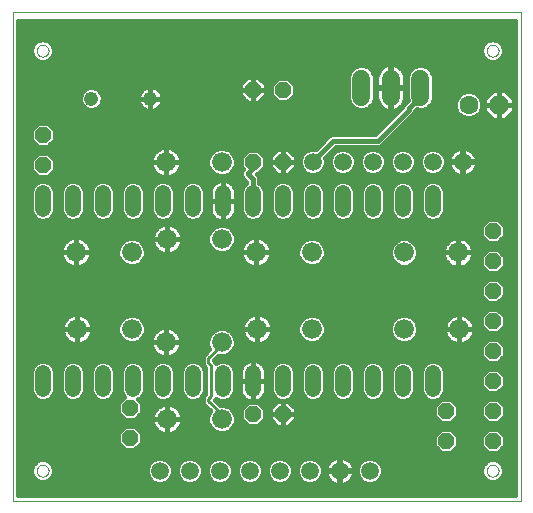
<source format=gbl>
G75*
%MOIN*%
%OFA0B0*%
%FSLAX24Y24*%
%IPPOS*%
%LPD*%
%AMOC8*
5,1,8,0,0,1.08239X$1,22.5*
%
%ADD10C,0.0000*%
%ADD11C,0.0520*%
%ADD12C,0.0600*%
%ADD13OC8,0.0520*%
%ADD14OC8,0.0630*%
%ADD15C,0.0630*%
%ADD16C,0.0660*%
%ADD17C,0.0594*%
%ADD18C,0.0476*%
%ADD19C,0.0160*%
%ADD20C,0.0100*%
D10*
X001093Y000180D02*
X001093Y016479D01*
X018022Y016479D01*
X018022Y000180D01*
X001093Y000180D01*
X001896Y001180D02*
X001898Y001207D01*
X001904Y001234D01*
X001913Y001260D01*
X001926Y001284D01*
X001942Y001307D01*
X001961Y001326D01*
X001983Y001343D01*
X002007Y001357D01*
X002032Y001367D01*
X002059Y001374D01*
X002086Y001377D01*
X002114Y001376D01*
X002141Y001371D01*
X002167Y001363D01*
X002191Y001351D01*
X002214Y001335D01*
X002235Y001317D01*
X002252Y001296D01*
X002267Y001272D01*
X002278Y001247D01*
X002286Y001221D01*
X002290Y001194D01*
X002290Y001166D01*
X002286Y001139D01*
X002278Y001113D01*
X002267Y001088D01*
X002252Y001064D01*
X002235Y001043D01*
X002214Y001025D01*
X002192Y001009D01*
X002167Y000997D01*
X002141Y000989D01*
X002114Y000984D01*
X002086Y000983D01*
X002059Y000986D01*
X002032Y000993D01*
X002007Y001003D01*
X001983Y001017D01*
X001961Y001034D01*
X001942Y001053D01*
X001926Y001076D01*
X001913Y001100D01*
X001904Y001126D01*
X001898Y001153D01*
X001896Y001180D01*
X001896Y015180D02*
X001898Y015207D01*
X001904Y015234D01*
X001913Y015260D01*
X001926Y015284D01*
X001942Y015307D01*
X001961Y015326D01*
X001983Y015343D01*
X002007Y015357D01*
X002032Y015367D01*
X002059Y015374D01*
X002086Y015377D01*
X002114Y015376D01*
X002141Y015371D01*
X002167Y015363D01*
X002191Y015351D01*
X002214Y015335D01*
X002235Y015317D01*
X002252Y015296D01*
X002267Y015272D01*
X002278Y015247D01*
X002286Y015221D01*
X002290Y015194D01*
X002290Y015166D01*
X002286Y015139D01*
X002278Y015113D01*
X002267Y015088D01*
X002252Y015064D01*
X002235Y015043D01*
X002214Y015025D01*
X002192Y015009D01*
X002167Y014997D01*
X002141Y014989D01*
X002114Y014984D01*
X002086Y014983D01*
X002059Y014986D01*
X002032Y014993D01*
X002007Y015003D01*
X001983Y015017D01*
X001961Y015034D01*
X001942Y015053D01*
X001926Y015076D01*
X001913Y015100D01*
X001904Y015126D01*
X001898Y015153D01*
X001896Y015180D01*
X016896Y015180D02*
X016898Y015207D01*
X016904Y015234D01*
X016913Y015260D01*
X016926Y015284D01*
X016942Y015307D01*
X016961Y015326D01*
X016983Y015343D01*
X017007Y015357D01*
X017032Y015367D01*
X017059Y015374D01*
X017086Y015377D01*
X017114Y015376D01*
X017141Y015371D01*
X017167Y015363D01*
X017191Y015351D01*
X017214Y015335D01*
X017235Y015317D01*
X017252Y015296D01*
X017267Y015272D01*
X017278Y015247D01*
X017286Y015221D01*
X017290Y015194D01*
X017290Y015166D01*
X017286Y015139D01*
X017278Y015113D01*
X017267Y015088D01*
X017252Y015064D01*
X017235Y015043D01*
X017214Y015025D01*
X017192Y015009D01*
X017167Y014997D01*
X017141Y014989D01*
X017114Y014984D01*
X017086Y014983D01*
X017059Y014986D01*
X017032Y014993D01*
X017007Y015003D01*
X016983Y015017D01*
X016961Y015034D01*
X016942Y015053D01*
X016926Y015076D01*
X016913Y015100D01*
X016904Y015126D01*
X016898Y015153D01*
X016896Y015180D01*
X016896Y001180D02*
X016898Y001207D01*
X016904Y001234D01*
X016913Y001260D01*
X016926Y001284D01*
X016942Y001307D01*
X016961Y001326D01*
X016983Y001343D01*
X017007Y001357D01*
X017032Y001367D01*
X017059Y001374D01*
X017086Y001377D01*
X017114Y001376D01*
X017141Y001371D01*
X017167Y001363D01*
X017191Y001351D01*
X017214Y001335D01*
X017235Y001317D01*
X017252Y001296D01*
X017267Y001272D01*
X017278Y001247D01*
X017286Y001221D01*
X017290Y001194D01*
X017290Y001166D01*
X017286Y001139D01*
X017278Y001113D01*
X017267Y001088D01*
X017252Y001064D01*
X017235Y001043D01*
X017214Y001025D01*
X017192Y001009D01*
X017167Y000997D01*
X017141Y000989D01*
X017114Y000984D01*
X017086Y000983D01*
X017059Y000986D01*
X017032Y000993D01*
X017007Y001003D01*
X016983Y001017D01*
X016961Y001034D01*
X016942Y001053D01*
X016926Y001076D01*
X016913Y001100D01*
X016904Y001126D01*
X016898Y001153D01*
X016896Y001180D01*
D11*
X015093Y003920D02*
X015093Y004440D01*
X014093Y004440D02*
X014093Y003920D01*
X013093Y003920D02*
X013093Y004440D01*
X012093Y004440D02*
X012093Y003920D01*
X011093Y003920D02*
X011093Y004440D01*
X010093Y004440D02*
X010093Y003920D01*
X009093Y003920D02*
X009093Y004440D01*
X008093Y004440D02*
X008093Y003920D01*
X007093Y003920D02*
X007093Y004440D01*
X006093Y004440D02*
X006093Y003920D01*
X005093Y003920D02*
X005093Y004440D01*
X004093Y004440D02*
X004093Y003920D01*
X003093Y003920D02*
X003093Y004440D01*
X002093Y004440D02*
X002093Y003920D01*
X002093Y009920D02*
X002093Y010440D01*
X003093Y010440D02*
X003093Y009920D01*
X004093Y009920D02*
X004093Y010440D01*
X005093Y010440D02*
X005093Y009920D01*
X006093Y009920D02*
X006093Y010440D01*
X007093Y010440D02*
X007093Y009920D01*
X008093Y009920D02*
X008093Y010440D01*
X009093Y010440D02*
X009093Y009920D01*
X010093Y009920D02*
X010093Y010440D01*
X011093Y010440D02*
X011093Y009920D01*
X012093Y009920D02*
X012093Y010440D01*
X013093Y010440D02*
X013093Y009920D01*
X014093Y009920D02*
X014093Y010440D01*
X015093Y010440D02*
X015093Y009920D01*
D12*
X014682Y013655D02*
X014682Y014255D01*
X013698Y014255D02*
X013698Y013655D01*
X012714Y013655D02*
X012714Y014255D01*
D13*
X010093Y013880D03*
X009093Y013880D03*
X009093Y011480D03*
X010093Y011480D03*
X017093Y009180D03*
X017093Y008180D03*
X017093Y007180D03*
X017093Y006180D03*
X017093Y005180D03*
X017093Y004180D03*
X017093Y003180D03*
X017093Y002180D03*
X015543Y002180D03*
X015543Y003180D03*
X010093Y003080D03*
X009093Y003080D03*
X004993Y003280D03*
X004993Y002280D03*
X002093Y011380D03*
X002093Y012380D03*
D14*
X017293Y013380D03*
D15*
X016293Y013380D03*
D16*
X015944Y008456D03*
X014133Y008456D03*
X014133Y005897D03*
X015983Y005897D03*
X011054Y005904D03*
X009243Y005904D03*
X008054Y005463D03*
X006204Y005463D03*
X005054Y005904D03*
X003243Y005904D03*
X003204Y008463D03*
X005054Y008463D03*
X006243Y008904D03*
X008054Y008904D03*
X009204Y008463D03*
X011054Y008463D03*
X008054Y011463D03*
X006204Y011463D03*
X006243Y002904D03*
X008054Y002904D03*
D17*
X007993Y001180D03*
X006993Y001180D03*
X005993Y001180D03*
X008993Y001180D03*
X009993Y001180D03*
X010993Y001180D03*
X011993Y001180D03*
X012993Y001180D03*
X013093Y011480D03*
X012093Y011480D03*
X011093Y011480D03*
X014093Y011480D03*
X015093Y011480D03*
X016093Y011480D03*
D18*
X005678Y013580D03*
X003709Y013580D03*
D19*
X003999Y013336D02*
X005339Y013336D01*
X005320Y013361D02*
X005359Y013308D01*
X005405Y013261D01*
X005459Y013223D01*
X005517Y013193D01*
X005580Y013172D01*
X005645Y013162D01*
X005678Y013162D01*
X005710Y013162D01*
X005775Y013172D01*
X005838Y013193D01*
X005897Y013223D01*
X005950Y013261D01*
X005996Y013308D01*
X006035Y013361D01*
X006065Y013420D01*
X006085Y013482D01*
X006095Y013547D01*
X006095Y013580D01*
X005678Y013580D01*
X006095Y013580D01*
X006095Y013613D01*
X006085Y013678D01*
X006065Y013740D01*
X006035Y013799D01*
X005996Y013852D01*
X005950Y013899D01*
X005897Y013937D01*
X005838Y013967D01*
X005775Y013988D01*
X005710Y013998D01*
X005678Y013998D01*
X005678Y013580D01*
X005678Y013580D01*
X005678Y013162D01*
X005678Y013580D01*
X005678Y013580D01*
X005678Y013580D01*
X005678Y013998D01*
X005645Y013998D01*
X005580Y013988D01*
X005517Y013967D01*
X005459Y013937D01*
X005405Y013899D01*
X005359Y013852D01*
X005320Y013799D01*
X005290Y013740D01*
X005270Y013678D01*
X005260Y013613D01*
X005260Y013580D01*
X005260Y013547D01*
X005270Y013482D01*
X005290Y013420D01*
X005320Y013361D01*
X005268Y013494D02*
X004082Y013494D01*
X004087Y013505D02*
X004029Y013366D01*
X003923Y013260D01*
X003784Y013202D01*
X003634Y013202D01*
X003495Y013260D01*
X003389Y013366D01*
X003331Y013505D01*
X003331Y013655D01*
X003389Y013794D01*
X003495Y013900D01*
X003634Y013958D01*
X003784Y013958D01*
X003923Y013900D01*
X004029Y013794D01*
X004087Y013655D01*
X004087Y013505D01*
X004087Y013653D02*
X005266Y013653D01*
X005260Y013580D02*
X005678Y013580D01*
X005260Y013580D01*
X005329Y013811D02*
X004012Y013811D01*
X003406Y013811D02*
X001273Y013811D01*
X001273Y013653D02*
X003331Y013653D01*
X003336Y013494D02*
X001273Y013494D01*
X001273Y013336D02*
X003419Y013336D01*
X002493Y012546D02*
X002259Y012780D01*
X001928Y012780D01*
X001693Y012546D01*
X001693Y012214D01*
X001928Y011980D01*
X002259Y011980D01*
X002493Y012214D01*
X002493Y012546D01*
X002493Y012543D02*
X013305Y012543D01*
X013162Y012400D02*
X011682Y012400D01*
X011194Y011911D01*
X011180Y011917D01*
X011006Y011917D01*
X010846Y011850D01*
X010723Y011727D01*
X010656Y011567D01*
X010656Y011393D01*
X010723Y011233D01*
X010846Y011110D01*
X011006Y011043D01*
X011180Y011043D01*
X011341Y011110D01*
X011464Y011233D01*
X011530Y011393D01*
X011530Y011567D01*
X011513Y011608D01*
X011864Y011960D01*
X013344Y011960D01*
X013473Y012089D01*
X014513Y013129D01*
X014513Y013169D01*
X014570Y013225D01*
X014595Y013215D01*
X014770Y013215D01*
X014932Y013282D01*
X015055Y013406D01*
X015122Y013567D01*
X015122Y014342D01*
X015055Y014504D01*
X014932Y014628D01*
X014770Y014695D01*
X014595Y014695D01*
X014433Y014628D01*
X014309Y014504D01*
X014242Y014342D01*
X014242Y013567D01*
X014256Y013534D01*
X014202Y013480D01*
X014073Y013351D01*
X014073Y013311D01*
X013162Y012400D01*
X013253Y012180D02*
X011773Y012180D01*
X011093Y011500D01*
X011093Y011480D01*
X010705Y011275D02*
X010511Y011275D01*
X010533Y011298D02*
X010533Y011480D01*
X010533Y011662D01*
X010276Y011920D01*
X010093Y011920D01*
X009911Y011920D01*
X009653Y011662D01*
X009653Y011480D01*
X010093Y011480D01*
X009653Y011480D01*
X009653Y011298D01*
X009911Y011040D01*
X010093Y011040D01*
X010093Y011480D01*
X010093Y011480D01*
X010093Y011480D01*
X010093Y011920D01*
X010093Y011480D01*
X010093Y011480D01*
X010093Y011040D01*
X010276Y011040D01*
X010533Y011298D01*
X010533Y011434D02*
X010656Y011434D01*
X010533Y011480D02*
X010093Y011480D01*
X010533Y011480D01*
X010533Y011592D02*
X010667Y011592D01*
X010746Y011751D02*
X010445Y011751D01*
X010287Y011909D02*
X010988Y011909D01*
X011350Y012068D02*
X002347Y012068D01*
X002493Y012226D02*
X011508Y012226D01*
X011667Y012385D02*
X002493Y012385D01*
X002337Y012702D02*
X013464Y012702D01*
X013622Y012860D02*
X001273Y012860D01*
X001273Y012702D02*
X001849Y012702D01*
X001693Y012543D02*
X001273Y012543D01*
X001273Y012385D02*
X001693Y012385D01*
X001693Y012226D02*
X001273Y012226D01*
X001273Y012068D02*
X001840Y012068D01*
X001928Y011780D02*
X001693Y011546D01*
X001693Y011214D01*
X001928Y010980D01*
X002259Y010980D01*
X002493Y011214D01*
X002493Y011546D01*
X002259Y011780D01*
X001928Y011780D01*
X001898Y011751D02*
X001273Y011751D01*
X001273Y011909D02*
X005955Y011909D01*
X005936Y011900D02*
X005871Y011852D01*
X005815Y011796D01*
X005767Y011731D01*
X005731Y011659D01*
X005706Y011583D01*
X005694Y011504D01*
X005694Y011463D01*
X005694Y011423D01*
X005706Y011344D01*
X005731Y011268D01*
X005767Y011196D01*
X005815Y011131D01*
X005871Y011074D01*
X005936Y011027D01*
X006008Y010991D01*
X006084Y010966D01*
X006163Y010953D01*
X006204Y010953D01*
X006244Y010953D01*
X006323Y010966D01*
X006399Y010991D01*
X006471Y011027D01*
X006536Y011074D01*
X006593Y011131D01*
X006640Y011196D01*
X006676Y011268D01*
X006701Y011344D01*
X006714Y011423D01*
X006714Y011463D01*
X006204Y011463D01*
X006204Y011463D01*
X006204Y010953D01*
X006204Y011463D01*
X006204Y011463D01*
X006714Y011463D01*
X006714Y011504D01*
X006701Y011583D01*
X006676Y011659D01*
X006640Y011731D01*
X006593Y011796D01*
X006536Y011852D01*
X006471Y011900D01*
X006399Y011936D01*
X006323Y011961D01*
X006244Y011973D01*
X006204Y011973D01*
X006204Y011463D01*
X005694Y011463D01*
X006204Y011463D01*
X006204Y011463D01*
X006204Y011463D01*
X006204Y011973D01*
X006163Y011973D01*
X006084Y011961D01*
X006008Y011936D01*
X005936Y011900D01*
X005782Y011751D02*
X002288Y011751D01*
X002447Y011592D02*
X005709Y011592D01*
X005694Y011434D02*
X002493Y011434D01*
X002493Y011275D02*
X005729Y011275D01*
X005829Y011117D02*
X002396Y011117D01*
X002271Y010800D02*
X002916Y010800D01*
X002867Y010779D02*
X002754Y010667D01*
X002693Y010520D01*
X002693Y009840D01*
X002754Y009693D01*
X002867Y009581D01*
X003014Y009520D01*
X003173Y009520D01*
X003320Y009581D01*
X003432Y009693D01*
X003493Y009840D01*
X003493Y010520D01*
X003432Y010667D01*
X003320Y010779D01*
X003173Y010840D01*
X003014Y010840D01*
X002867Y010779D01*
X002744Y010641D02*
X002443Y010641D01*
X002432Y010667D02*
X002493Y010520D01*
X002493Y009840D01*
X002432Y009693D01*
X002320Y009581D01*
X002173Y009520D01*
X002014Y009520D01*
X001867Y009581D01*
X001754Y009693D01*
X001693Y009840D01*
X001693Y010520D01*
X001754Y010667D01*
X001867Y010779D01*
X002014Y010840D01*
X002173Y010840D01*
X002320Y010779D01*
X002432Y010667D01*
X002493Y010483D02*
X002693Y010483D01*
X002693Y010324D02*
X002493Y010324D01*
X002493Y010166D02*
X002693Y010166D01*
X002693Y010007D02*
X002493Y010007D01*
X002493Y009849D02*
X002693Y009849D01*
X002758Y009690D02*
X002429Y009690D01*
X002201Y009532D02*
X002986Y009532D01*
X003201Y009532D02*
X003986Y009532D01*
X004014Y009520D02*
X004173Y009520D01*
X004320Y009581D01*
X004432Y009693D01*
X004493Y009840D01*
X004493Y010520D01*
X004432Y010667D01*
X004320Y010779D01*
X004173Y010840D01*
X004014Y010840D01*
X003867Y010779D01*
X003754Y010667D01*
X003693Y010520D01*
X003693Y009840D01*
X003754Y009693D01*
X003867Y009581D01*
X004014Y009520D01*
X004201Y009532D02*
X004986Y009532D01*
X005014Y009520D02*
X005173Y009520D01*
X005320Y009581D01*
X005432Y009693D01*
X005493Y009840D01*
X005493Y010520D01*
X005432Y010667D01*
X005320Y010779D01*
X005173Y010840D01*
X005014Y010840D01*
X004867Y010779D01*
X004754Y010667D01*
X004693Y010520D01*
X004693Y009840D01*
X004754Y009693D01*
X004867Y009581D01*
X005014Y009520D01*
X005201Y009532D02*
X005986Y009532D01*
X006014Y009520D02*
X006173Y009520D01*
X006320Y009581D01*
X006432Y009693D01*
X006493Y009840D01*
X006493Y010520D01*
X006432Y010667D01*
X006320Y010779D01*
X006173Y010840D01*
X006014Y010840D01*
X005867Y010779D01*
X005754Y010667D01*
X005693Y010520D01*
X005693Y009840D01*
X005754Y009693D01*
X005867Y009581D01*
X006014Y009520D01*
X006047Y009377D02*
X005976Y009341D01*
X005911Y009293D01*
X005854Y009237D01*
X005807Y009172D01*
X005770Y009100D01*
X005745Y009024D01*
X005733Y008945D01*
X005733Y008904D01*
X005733Y008864D01*
X005745Y008785D01*
X005770Y008709D01*
X005807Y008637D01*
X005854Y008572D01*
X005911Y008515D01*
X005976Y008468D01*
X006047Y008432D01*
X006124Y008407D01*
X006203Y008394D01*
X006243Y008394D01*
X006283Y008394D01*
X006362Y008407D01*
X006439Y008432D01*
X006510Y008468D01*
X006575Y008515D01*
X006632Y008572D01*
X006679Y008637D01*
X006716Y008709D01*
X006740Y008785D01*
X006753Y008864D01*
X006753Y008904D01*
X006243Y008904D01*
X006243Y008394D01*
X006243Y008904D01*
X006243Y008904D01*
X006243Y008904D01*
X005733Y008904D01*
X006243Y008904D01*
X006243Y008904D01*
X006753Y008904D01*
X006753Y008945D01*
X006740Y009024D01*
X006716Y009100D01*
X006679Y009172D01*
X006632Y009237D01*
X006575Y009293D01*
X006510Y009341D01*
X006439Y009377D01*
X006362Y009402D01*
X006283Y009414D01*
X006243Y009414D01*
X006243Y008904D01*
X006243Y008904D01*
X006243Y009414D01*
X006203Y009414D01*
X006124Y009402D01*
X006047Y009377D01*
X006039Y009373D02*
X001273Y009373D01*
X001273Y009215D02*
X005838Y009215D01*
X005756Y009056D02*
X001273Y009056D01*
X001273Y008898D02*
X002933Y008898D01*
X002936Y008900D02*
X002871Y008852D01*
X002815Y008796D01*
X002767Y008731D01*
X002731Y008659D01*
X002706Y008583D01*
X002694Y008504D01*
X002694Y008463D01*
X002694Y008423D01*
X002706Y008344D01*
X002731Y008268D01*
X002767Y008196D01*
X002815Y008131D01*
X002871Y008074D01*
X002936Y008027D01*
X003008Y007991D01*
X003084Y007966D01*
X003163Y007953D01*
X003204Y007953D01*
X003244Y007953D01*
X003323Y007966D01*
X003399Y007991D01*
X003471Y008027D01*
X003536Y008074D01*
X003593Y008131D01*
X003640Y008196D01*
X003676Y008268D01*
X003701Y008344D01*
X003714Y008423D01*
X003714Y008463D01*
X003204Y008463D01*
X003204Y008463D01*
X003204Y007953D01*
X003204Y008463D01*
X003204Y008463D01*
X003714Y008463D01*
X003714Y008504D01*
X003701Y008583D01*
X003676Y008659D01*
X003640Y008731D01*
X003593Y008796D01*
X003536Y008852D01*
X003471Y008900D01*
X003399Y008936D01*
X003323Y008961D01*
X003244Y008973D01*
X003204Y008973D01*
X003204Y008463D01*
X002694Y008463D01*
X003204Y008463D01*
X003204Y008463D01*
X003204Y008463D01*
X003204Y008973D01*
X003163Y008973D01*
X003084Y008961D01*
X003008Y008936D01*
X002936Y008900D01*
X002773Y008739D02*
X001273Y008739D01*
X001273Y008581D02*
X002706Y008581D01*
X002694Y008422D02*
X001273Y008422D01*
X001273Y008264D02*
X002733Y008264D01*
X002841Y008105D02*
X001273Y008105D01*
X001273Y007947D02*
X015898Y007947D01*
X015904Y007946D02*
X015944Y007946D01*
X015984Y007946D01*
X016063Y007958D01*
X016139Y007983D01*
X016211Y008019D01*
X016276Y008067D01*
X016333Y008123D01*
X016380Y008188D01*
X016416Y008260D01*
X016441Y008336D01*
X016454Y008415D01*
X016454Y008456D01*
X016454Y008496D01*
X016441Y008575D01*
X016416Y008651D01*
X016380Y008723D01*
X016333Y008788D01*
X016276Y008845D01*
X016211Y008892D01*
X016139Y008928D01*
X016063Y008953D01*
X015984Y008966D01*
X015944Y008966D01*
X015944Y008456D01*
X015944Y008456D01*
X016454Y008456D01*
X015944Y008456D01*
X015944Y008456D01*
X015944Y008966D01*
X015904Y008966D01*
X015824Y008953D01*
X015748Y008928D01*
X015676Y008892D01*
X015611Y008845D01*
X015555Y008788D01*
X015508Y008723D01*
X015471Y008651D01*
X015446Y008575D01*
X015434Y008496D01*
X015434Y008456D01*
X015944Y008456D01*
X015944Y008456D01*
X015944Y007946D01*
X015944Y008456D01*
X015944Y008456D01*
X015434Y008456D01*
X015434Y008415D01*
X015446Y008336D01*
X015471Y008260D01*
X015508Y008188D01*
X015555Y008123D01*
X015611Y008067D01*
X015676Y008019D01*
X015748Y007983D01*
X015824Y007958D01*
X015904Y007946D01*
X015944Y007947D02*
X015944Y007947D01*
X015990Y007947D02*
X016761Y007947D01*
X016693Y008014D02*
X016928Y007780D01*
X017259Y007780D01*
X017493Y008014D01*
X017493Y008346D01*
X017259Y008580D01*
X016928Y008580D01*
X016693Y008346D01*
X016693Y008014D01*
X016693Y008105D02*
X016314Y008105D01*
X016418Y008264D02*
X016693Y008264D01*
X016770Y008422D02*
X016454Y008422D01*
X016439Y008581D02*
X017842Y008581D01*
X017842Y008739D02*
X016368Y008739D01*
X016200Y008898D02*
X016810Y008898D01*
X016693Y009014D02*
X016928Y008780D01*
X017259Y008780D01*
X017493Y009014D01*
X017493Y009346D01*
X017259Y009580D01*
X016928Y009580D01*
X016693Y009346D01*
X016693Y009014D01*
X016693Y009056D02*
X008500Y009056D01*
X008524Y008998D02*
X008452Y009171D01*
X008320Y009303D01*
X008147Y009374D01*
X007960Y009374D01*
X007788Y009303D01*
X007656Y009171D01*
X007584Y008998D01*
X007584Y008811D01*
X007656Y008638D01*
X007788Y008506D01*
X007960Y008434D01*
X008147Y008434D01*
X008320Y008506D01*
X008452Y008638D01*
X008524Y008811D01*
X008524Y008998D01*
X008524Y008898D02*
X008933Y008898D01*
X008936Y008900D02*
X008871Y008852D01*
X008815Y008796D01*
X008767Y008731D01*
X008731Y008659D01*
X008706Y008583D01*
X008694Y008504D01*
X008694Y008463D01*
X008694Y008423D01*
X008706Y008344D01*
X008731Y008268D01*
X008767Y008196D01*
X008815Y008131D01*
X008871Y008074D01*
X008936Y008027D01*
X009008Y007991D01*
X009084Y007966D01*
X009163Y007953D01*
X009204Y007953D01*
X009244Y007953D01*
X009323Y007966D01*
X009399Y007991D01*
X009471Y008027D01*
X009536Y008074D01*
X009593Y008131D01*
X009640Y008196D01*
X009676Y008268D01*
X009701Y008344D01*
X009714Y008423D01*
X009714Y008463D01*
X009204Y008463D01*
X009204Y008463D01*
X009204Y007953D01*
X009204Y008463D01*
X009204Y008463D01*
X009714Y008463D01*
X009714Y008504D01*
X009701Y008583D01*
X009676Y008659D01*
X009640Y008731D01*
X009593Y008796D01*
X009536Y008852D01*
X009471Y008900D01*
X009399Y008936D01*
X009323Y008961D01*
X009244Y008973D01*
X009204Y008973D01*
X009204Y008463D01*
X008694Y008463D01*
X009204Y008463D01*
X009204Y008463D01*
X009204Y008463D01*
X009204Y008973D01*
X009163Y008973D01*
X009084Y008961D01*
X009008Y008936D01*
X008936Y008900D01*
X008773Y008739D02*
X008494Y008739D01*
X008395Y008581D02*
X008706Y008581D01*
X008694Y008422D02*
X006409Y008422D01*
X006243Y008422D02*
X006243Y008422D01*
X006243Y008581D02*
X006243Y008581D01*
X006243Y008739D02*
X006243Y008739D01*
X006243Y008898D02*
X006243Y008898D01*
X006243Y009056D02*
X006243Y009056D01*
X006243Y009215D02*
X006243Y009215D01*
X006243Y009373D02*
X006243Y009373D01*
X006201Y009532D02*
X006986Y009532D01*
X007014Y009520D02*
X007173Y009520D01*
X007320Y009581D01*
X007432Y009693D01*
X007493Y009840D01*
X007493Y010520D01*
X007432Y010667D01*
X007320Y010779D01*
X007173Y010840D01*
X007014Y010840D01*
X006867Y010779D01*
X006754Y010667D01*
X006693Y010520D01*
X006693Y009840D01*
X006754Y009693D01*
X006867Y009581D01*
X007014Y009520D01*
X007201Y009532D02*
X007887Y009532D01*
X007863Y009544D02*
X007924Y009512D01*
X007990Y009491D01*
X008059Y009480D01*
X008093Y009480D01*
X008093Y010180D01*
X007653Y010180D01*
X007653Y009885D01*
X007664Y009817D01*
X007686Y009751D01*
X007717Y009689D01*
X007758Y009633D01*
X007807Y009584D01*
X007863Y009544D01*
X007957Y009373D02*
X006447Y009373D01*
X006648Y009215D02*
X007699Y009215D01*
X007608Y009056D02*
X006730Y009056D01*
X006753Y008898D02*
X007584Y008898D01*
X007614Y008739D02*
X006725Y008739D01*
X006638Y008581D02*
X007713Y008581D01*
X008151Y009373D02*
X016721Y009373D01*
X016693Y009215D02*
X008409Y009215D01*
X008262Y009512D02*
X008196Y009491D01*
X008128Y009480D01*
X008093Y009480D01*
X008093Y010180D01*
X008093Y010180D01*
X007653Y010180D01*
X007653Y010475D01*
X007664Y010543D01*
X007686Y010609D01*
X007717Y010671D01*
X007758Y010727D01*
X007807Y010776D01*
X007863Y010816D01*
X007924Y010848D01*
X007990Y010869D01*
X008059Y010880D01*
X008093Y010880D01*
X008093Y010180D01*
X008093Y010180D01*
X008093Y010180D01*
X008093Y010880D01*
X008128Y010880D01*
X008196Y010869D01*
X008262Y010848D01*
X008324Y010816D01*
X008380Y010776D01*
X008429Y010727D01*
X008470Y010671D01*
X008501Y010609D01*
X008522Y010543D01*
X008533Y010475D01*
X008533Y010180D01*
X008093Y010180D01*
X008093Y010180D01*
X008533Y010180D01*
X008533Y009885D01*
X008522Y009817D01*
X008501Y009751D01*
X008470Y009689D01*
X008429Y009633D01*
X008380Y009584D01*
X008324Y009544D01*
X008262Y009512D01*
X008300Y009532D02*
X008986Y009532D01*
X009014Y009520D02*
X009173Y009520D01*
X009320Y009581D01*
X009432Y009693D01*
X009493Y009840D01*
X009493Y010520D01*
X009432Y010667D01*
X009320Y010779D01*
X009313Y010782D01*
X009313Y010991D01*
X009224Y011080D01*
X009224Y011080D01*
X009259Y011080D01*
X009493Y011314D01*
X009493Y011646D01*
X009259Y011880D01*
X008928Y011880D01*
X008693Y011646D01*
X008693Y011314D01*
X008765Y011243D01*
X008713Y011191D01*
X008713Y010969D01*
X008842Y010840D01*
X008873Y010809D01*
X008873Y010782D01*
X008867Y010779D01*
X008754Y010667D01*
X008693Y010520D01*
X008693Y009840D01*
X008754Y009693D01*
X008867Y009581D01*
X009014Y009520D01*
X009201Y009532D02*
X009986Y009532D01*
X010014Y009520D02*
X010173Y009520D01*
X010320Y009581D01*
X010432Y009693D01*
X010493Y009840D01*
X010493Y010520D01*
X010432Y010667D01*
X010320Y010779D01*
X010173Y010840D01*
X010014Y010840D01*
X009867Y010779D01*
X009754Y010667D01*
X009693Y010520D01*
X009693Y009840D01*
X009754Y009693D01*
X009867Y009581D01*
X010014Y009520D01*
X010201Y009532D02*
X010986Y009532D01*
X011014Y009520D02*
X011173Y009520D01*
X011320Y009581D01*
X011432Y009693D01*
X011493Y009840D01*
X011493Y010520D01*
X011432Y010667D01*
X011320Y010779D01*
X011173Y010840D01*
X011014Y010840D01*
X010867Y010779D01*
X010754Y010667D01*
X010693Y010520D01*
X010693Y009840D01*
X010754Y009693D01*
X010867Y009581D01*
X011014Y009520D01*
X011201Y009532D02*
X011986Y009532D01*
X012014Y009520D02*
X012173Y009520D01*
X012320Y009581D01*
X012432Y009693D01*
X012493Y009840D01*
X012493Y010520D01*
X012432Y010667D01*
X012320Y010779D01*
X012173Y010840D01*
X012014Y010840D01*
X011867Y010779D01*
X011754Y010667D01*
X011693Y010520D01*
X011693Y009840D01*
X011754Y009693D01*
X011867Y009581D01*
X012014Y009520D01*
X012201Y009532D02*
X012986Y009532D01*
X013014Y009520D02*
X013173Y009520D01*
X013320Y009581D01*
X013432Y009693D01*
X013493Y009840D01*
X013493Y010520D01*
X013432Y010667D01*
X013320Y010779D01*
X013173Y010840D01*
X013014Y010840D01*
X012867Y010779D01*
X012754Y010667D01*
X012693Y010520D01*
X012693Y009840D01*
X012754Y009693D01*
X012867Y009581D01*
X013014Y009520D01*
X013201Y009532D02*
X013986Y009532D01*
X014014Y009520D02*
X014173Y009520D01*
X014320Y009581D01*
X014432Y009693D01*
X014493Y009840D01*
X014493Y010520D01*
X014432Y010667D01*
X014320Y010779D01*
X014173Y010840D01*
X014014Y010840D01*
X013867Y010779D01*
X013754Y010667D01*
X013693Y010520D01*
X013693Y009840D01*
X013754Y009693D01*
X013867Y009581D01*
X014014Y009520D01*
X014201Y009532D02*
X014986Y009532D01*
X015014Y009520D02*
X015173Y009520D01*
X015320Y009581D01*
X015432Y009693D01*
X015493Y009840D01*
X015493Y010520D01*
X015432Y010667D01*
X015320Y010779D01*
X015173Y010840D01*
X015014Y010840D01*
X014867Y010779D01*
X014754Y010667D01*
X014693Y010520D01*
X014693Y009840D01*
X014754Y009693D01*
X014867Y009581D01*
X015014Y009520D01*
X015201Y009532D02*
X016879Y009532D01*
X017308Y009532D02*
X017842Y009532D01*
X017842Y009690D02*
X015429Y009690D01*
X015493Y009849D02*
X017842Y009849D01*
X017842Y010007D02*
X015493Y010007D01*
X015493Y010166D02*
X017842Y010166D01*
X017842Y010324D02*
X015493Y010324D01*
X015493Y010483D02*
X017842Y010483D01*
X017842Y010641D02*
X015443Y010641D01*
X015271Y010800D02*
X017842Y010800D01*
X017842Y010958D02*
X009313Y010958D01*
X009313Y010800D02*
X009916Y010800D01*
X009744Y010641D02*
X009443Y010641D01*
X009493Y010483D02*
X009693Y010483D01*
X009693Y010324D02*
X009493Y010324D01*
X009493Y010166D02*
X009693Y010166D01*
X009693Y010007D02*
X009493Y010007D01*
X009493Y009849D02*
X009693Y009849D01*
X009758Y009690D02*
X009429Y009690D01*
X009093Y010180D02*
X009093Y010900D01*
X008933Y011060D01*
X008933Y011100D01*
X009093Y011260D01*
X009093Y011480D01*
X008798Y011751D02*
X008432Y011751D01*
X008452Y011730D02*
X008320Y011862D01*
X008147Y011933D01*
X007960Y011933D01*
X007788Y011862D01*
X007656Y011730D01*
X007584Y011557D01*
X007584Y011370D01*
X007656Y011197D01*
X007788Y011065D01*
X007960Y010993D01*
X008147Y010993D01*
X008320Y011065D01*
X008452Y011197D01*
X008524Y011370D01*
X008524Y011557D01*
X008452Y011730D01*
X008509Y011592D02*
X008693Y011592D01*
X008693Y011434D02*
X008524Y011434D01*
X008485Y011275D02*
X008733Y011275D01*
X008713Y011117D02*
X008372Y011117D01*
X008347Y010800D02*
X008873Y010800D01*
X008744Y010641D02*
X008485Y010641D01*
X008532Y010483D02*
X008693Y010483D01*
X008693Y010324D02*
X008533Y010324D01*
X008533Y010166D02*
X008693Y010166D01*
X008693Y010007D02*
X008533Y010007D01*
X008527Y009849D02*
X008693Y009849D01*
X008758Y009690D02*
X008470Y009690D01*
X008093Y009690D02*
X008093Y009690D01*
X008093Y009532D02*
X008093Y009532D01*
X008093Y009849D02*
X008093Y009849D01*
X008093Y010007D02*
X008093Y010007D01*
X008093Y010166D02*
X008093Y010166D01*
X008093Y010324D02*
X008093Y010324D01*
X008093Y010483D02*
X008093Y010483D01*
X008093Y010641D02*
X008093Y010641D01*
X008093Y010800D02*
X008093Y010800D01*
X007840Y010800D02*
X007271Y010800D01*
X007443Y010641D02*
X007702Y010641D01*
X007655Y010483D02*
X007493Y010483D01*
X007493Y010324D02*
X007653Y010324D01*
X007653Y010166D02*
X007493Y010166D01*
X007493Y010007D02*
X007653Y010007D01*
X007659Y009849D02*
X007493Y009849D01*
X007429Y009690D02*
X007717Y009690D01*
X006758Y009690D02*
X006429Y009690D01*
X006493Y009849D02*
X006693Y009849D01*
X006693Y010007D02*
X006493Y010007D01*
X006493Y010166D02*
X006693Y010166D01*
X006693Y010324D02*
X006493Y010324D01*
X006493Y010483D02*
X006693Y010483D01*
X006744Y010641D02*
X006443Y010641D01*
X006271Y010800D02*
X006916Y010800D01*
X006578Y011117D02*
X007736Y011117D01*
X007623Y011275D02*
X006679Y011275D01*
X006714Y011434D02*
X007584Y011434D01*
X007598Y011592D02*
X006698Y011592D01*
X006625Y011751D02*
X007676Y011751D01*
X007901Y011909D02*
X006452Y011909D01*
X006204Y011909D02*
X006204Y011909D01*
X006204Y011751D02*
X006204Y011751D01*
X006204Y011592D02*
X006204Y011592D01*
X006204Y011434D02*
X006204Y011434D01*
X006204Y011275D02*
X006204Y011275D01*
X006204Y011117D02*
X006204Y011117D01*
X006204Y010958D02*
X006204Y010958D01*
X006272Y010958D02*
X008724Y010958D01*
X009296Y011117D02*
X009835Y011117D01*
X009676Y011275D02*
X009454Y011275D01*
X009493Y011434D02*
X009653Y011434D01*
X009653Y011592D02*
X009493Y011592D01*
X009388Y011751D02*
X009742Y011751D01*
X009900Y011909D02*
X008206Y011909D01*
X008911Y013440D02*
X009093Y013440D01*
X009093Y013880D01*
X008653Y013880D01*
X009093Y013880D01*
X009093Y013880D01*
X009093Y013880D01*
X009093Y014320D01*
X008911Y014320D01*
X008653Y014062D01*
X008653Y013880D01*
X008653Y013698D01*
X008911Y013440D01*
X008857Y013494D02*
X006087Y013494D01*
X006089Y013653D02*
X008699Y013653D01*
X008653Y013811D02*
X006026Y013811D01*
X005831Y013970D02*
X008653Y013970D01*
X008719Y014128D02*
X001273Y014128D01*
X001273Y013970D02*
X005524Y013970D01*
X005678Y013970D02*
X005678Y013970D01*
X005678Y013811D02*
X005678Y013811D01*
X005678Y013653D02*
X005678Y013653D01*
X005678Y013580D02*
X005678Y013580D01*
X005678Y013494D02*
X005678Y013494D01*
X005678Y013336D02*
X005678Y013336D01*
X005678Y013177D02*
X005678Y013177D01*
X005789Y013177D02*
X013646Y013177D01*
X013660Y013175D02*
X013678Y013175D01*
X013678Y013935D01*
X013218Y013935D01*
X013218Y013617D01*
X013230Y013542D01*
X013253Y013471D01*
X013288Y013403D01*
X013332Y013342D01*
X013385Y013289D01*
X013446Y013244D01*
X013514Y013210D01*
X013586Y013187D01*
X013660Y013175D01*
X013678Y013177D02*
X013718Y013177D01*
X013718Y013175D02*
X013736Y013175D01*
X013810Y013187D01*
X013882Y013210D01*
X013950Y013244D01*
X014011Y013289D01*
X014064Y013342D01*
X014109Y013403D01*
X014143Y013471D01*
X014166Y013542D01*
X014178Y013617D01*
X014178Y013935D01*
X013718Y013935D01*
X013718Y013975D01*
X013678Y013975D01*
X013678Y014735D01*
X013660Y014735D01*
X013586Y014723D01*
X013514Y014700D01*
X013446Y014665D01*
X013385Y014621D01*
X013332Y014568D01*
X013288Y014506D01*
X013253Y014439D01*
X013230Y014367D01*
X013218Y014293D01*
X013218Y013975D01*
X013678Y013975D01*
X013678Y013935D01*
X013718Y013935D01*
X013718Y013175D01*
X013750Y013177D02*
X013939Y013177D01*
X014058Y013336D02*
X014073Y013336D01*
X014151Y013494D02*
X014216Y013494D01*
X014242Y013653D02*
X014178Y013653D01*
X014178Y013811D02*
X014242Y013811D01*
X014242Y013970D02*
X013718Y013970D01*
X013718Y013975D02*
X014178Y013975D01*
X014178Y014293D01*
X014166Y014367D01*
X014143Y014439D01*
X014109Y014506D01*
X014064Y014568D01*
X014011Y014621D01*
X013950Y014665D01*
X013882Y014700D01*
X013810Y014723D01*
X013736Y014735D01*
X013718Y014735D01*
X013718Y013975D01*
X013678Y013970D02*
X013154Y013970D01*
X013154Y014128D02*
X013218Y014128D01*
X013218Y014287D02*
X013154Y014287D01*
X013154Y014342D02*
X013087Y014504D01*
X012963Y014628D01*
X012801Y014695D01*
X012626Y014695D01*
X012465Y014628D01*
X012341Y014504D01*
X012274Y014342D01*
X012274Y013567D01*
X012341Y013406D01*
X012465Y013282D01*
X012626Y013215D01*
X012801Y013215D01*
X012963Y013282D01*
X013087Y013406D01*
X013154Y013567D01*
X013154Y014342D01*
X013111Y014445D02*
X013256Y014445D01*
X013368Y014604D02*
X012987Y014604D01*
X012440Y014604D02*
X001273Y014604D01*
X001273Y014762D02*
X017842Y014762D01*
X017842Y014604D02*
X014956Y014604D01*
X015080Y014445D02*
X017842Y014445D01*
X017842Y014287D02*
X015122Y014287D01*
X015122Y014128D02*
X017842Y014128D01*
X017842Y013970D02*
X015122Y013970D01*
X015122Y013811D02*
X016145Y013811D01*
X016203Y013835D02*
X016036Y013766D01*
X015908Y013638D01*
X015838Y013471D01*
X015838Y013289D01*
X015908Y013122D01*
X016036Y012994D01*
X016203Y012925D01*
X016384Y012925D01*
X016551Y012994D01*
X016679Y013122D01*
X016748Y013289D01*
X016748Y013471D01*
X016679Y013638D01*
X016551Y013766D01*
X016384Y013835D01*
X016203Y013835D01*
X016442Y013811D02*
X017024Y013811D01*
X017088Y013875D02*
X016798Y013585D01*
X016798Y013380D01*
X016798Y013175D01*
X017088Y012885D01*
X017293Y012885D01*
X017293Y013380D01*
X016798Y013380D01*
X017293Y013380D01*
X017293Y013380D01*
X017293Y013380D01*
X017293Y013875D01*
X017088Y013875D01*
X017293Y013875D02*
X017498Y013875D01*
X017788Y013585D01*
X017788Y013380D01*
X017293Y013380D01*
X017293Y013380D01*
X017293Y012885D01*
X017498Y012885D01*
X017788Y013175D01*
X017788Y013380D01*
X017293Y013380D01*
X017293Y013875D01*
X017293Y013811D02*
X017293Y013811D01*
X017293Y013653D02*
X017293Y013653D01*
X017293Y013494D02*
X017293Y013494D01*
X017293Y013380D02*
X017293Y013380D01*
X017293Y013336D02*
X017293Y013336D01*
X017293Y013177D02*
X017293Y013177D01*
X017293Y013019D02*
X017293Y013019D01*
X016955Y013019D02*
X016575Y013019D01*
X016702Y013177D02*
X016798Y013177D01*
X016798Y013336D02*
X016748Y013336D01*
X016739Y013494D02*
X016798Y013494D01*
X016866Y013653D02*
X016664Y013653D01*
X015922Y013653D02*
X015122Y013653D01*
X015092Y013494D02*
X015848Y013494D01*
X015838Y013336D02*
X014985Y013336D01*
X014653Y013620D02*
X014293Y013260D01*
X014293Y013220D01*
X013253Y012180D01*
X013452Y012068D02*
X017842Y012068D01*
X017842Y012226D02*
X013610Y012226D01*
X013769Y012385D02*
X017842Y012385D01*
X017842Y012543D02*
X013927Y012543D01*
X014086Y012702D02*
X017842Y012702D01*
X017842Y012860D02*
X014244Y012860D01*
X014403Y013019D02*
X016011Y013019D01*
X015885Y013177D02*
X014521Y013177D01*
X014653Y013620D02*
X014653Y013940D01*
X014682Y013955D01*
X014242Y014128D02*
X014178Y014128D01*
X014178Y014287D02*
X014242Y014287D01*
X014285Y014445D02*
X014140Y014445D01*
X014028Y014604D02*
X014409Y014604D01*
X013718Y014604D02*
X013678Y014604D01*
X013678Y014445D02*
X013718Y014445D01*
X013718Y014287D02*
X013678Y014287D01*
X013678Y014128D02*
X013718Y014128D01*
X013718Y013811D02*
X013678Y013811D01*
X013678Y013653D02*
X013718Y013653D01*
X013718Y013494D02*
X013678Y013494D01*
X013678Y013336D02*
X013718Y013336D01*
X013781Y013019D02*
X001273Y013019D01*
X001273Y013177D02*
X005566Y013177D01*
X006016Y013336D02*
X012411Y013336D01*
X012304Y013494D02*
X010273Y013494D01*
X010259Y013480D02*
X010493Y013714D01*
X010493Y014046D01*
X010259Y014280D01*
X009928Y014280D01*
X009693Y014046D01*
X009693Y013714D01*
X009928Y013480D01*
X010259Y013480D01*
X010432Y013653D02*
X012274Y013653D01*
X012274Y013811D02*
X010493Y013811D01*
X010493Y013970D02*
X012274Y013970D01*
X012274Y014128D02*
X010411Y014128D01*
X009776Y014128D02*
X009468Y014128D01*
X009533Y014062D02*
X009276Y014320D01*
X009093Y014320D01*
X009093Y013880D01*
X009093Y013880D01*
X009093Y013440D01*
X009276Y013440D01*
X009533Y013698D01*
X009533Y013880D01*
X009533Y014062D01*
X009533Y013970D02*
X009693Y013970D01*
X009693Y013811D02*
X009533Y013811D01*
X009533Y013880D02*
X009093Y013880D01*
X009533Y013880D01*
X009488Y013653D02*
X009755Y013653D01*
X009914Y013494D02*
X009330Y013494D01*
X009093Y013494D02*
X009093Y013494D01*
X009093Y013653D02*
X009093Y013653D01*
X009093Y013811D02*
X009093Y013811D01*
X009093Y013880D02*
X009093Y013880D01*
X009093Y013970D02*
X009093Y013970D01*
X009093Y014128D02*
X009093Y014128D01*
X009093Y014287D02*
X009093Y014287D01*
X008878Y014287D02*
X001273Y014287D01*
X001273Y014445D02*
X012316Y014445D01*
X012274Y014287D02*
X009309Y014287D01*
X010093Y011909D02*
X010093Y011909D01*
X010093Y011751D02*
X010093Y011751D01*
X010093Y011592D02*
X010093Y011592D01*
X010093Y011480D02*
X010093Y011480D01*
X010093Y011434D02*
X010093Y011434D01*
X010093Y011275D02*
X010093Y011275D01*
X010093Y011117D02*
X010093Y011117D01*
X010352Y011117D02*
X010839Y011117D01*
X010916Y010800D02*
X010271Y010800D01*
X010443Y010641D02*
X010744Y010641D01*
X010693Y010483D02*
X010493Y010483D01*
X010493Y010324D02*
X010693Y010324D01*
X010693Y010166D02*
X010493Y010166D01*
X010493Y010007D02*
X010693Y010007D01*
X010693Y009849D02*
X010493Y009849D01*
X010429Y009690D02*
X010758Y009690D01*
X011429Y009690D02*
X011758Y009690D01*
X011693Y009849D02*
X011493Y009849D01*
X011493Y010007D02*
X011693Y010007D01*
X011693Y010166D02*
X011493Y010166D01*
X011493Y010324D02*
X011693Y010324D01*
X011693Y010483D02*
X011493Y010483D01*
X011443Y010641D02*
X011744Y010641D01*
X011916Y010800D02*
X011271Y010800D01*
X011348Y011117D02*
X011839Y011117D01*
X011846Y011110D02*
X012006Y011043D01*
X012180Y011043D01*
X012341Y011110D01*
X012464Y011233D01*
X012530Y011393D01*
X012530Y011567D01*
X012464Y011727D01*
X012341Y011850D01*
X012180Y011917D01*
X012006Y011917D01*
X011846Y011850D01*
X011723Y011727D01*
X011656Y011567D01*
X011656Y011393D01*
X011723Y011233D01*
X011846Y011110D01*
X011705Y011275D02*
X011481Y011275D01*
X011530Y011434D02*
X011656Y011434D01*
X011667Y011592D02*
X011520Y011592D01*
X011655Y011751D02*
X011746Y011751D01*
X011813Y011909D02*
X011988Y011909D01*
X012199Y011909D02*
X012988Y011909D01*
X013006Y011917D02*
X012846Y011850D01*
X012723Y011727D01*
X012656Y011567D01*
X012656Y011393D01*
X012723Y011233D01*
X012846Y011110D01*
X013006Y011043D01*
X013180Y011043D01*
X013341Y011110D01*
X013464Y011233D01*
X013530Y011393D01*
X013530Y011567D01*
X013464Y011727D01*
X013341Y011850D01*
X013180Y011917D01*
X013006Y011917D01*
X013199Y011909D02*
X013988Y011909D01*
X014006Y011917D02*
X013846Y011850D01*
X013723Y011727D01*
X013656Y011567D01*
X013656Y011393D01*
X013723Y011233D01*
X013846Y011110D01*
X014006Y011043D01*
X014180Y011043D01*
X014341Y011110D01*
X014464Y011233D01*
X014530Y011393D01*
X014530Y011567D01*
X014464Y011727D01*
X014341Y011850D01*
X014180Y011917D01*
X014006Y011917D01*
X014199Y011909D02*
X014988Y011909D01*
X015006Y011917D02*
X014846Y011850D01*
X014723Y011727D01*
X014656Y011567D01*
X014656Y011393D01*
X014723Y011233D01*
X014846Y011110D01*
X015006Y011043D01*
X015180Y011043D01*
X015341Y011110D01*
X015464Y011233D01*
X015530Y011393D01*
X015530Y011567D01*
X015464Y011727D01*
X015341Y011850D01*
X015180Y011917D01*
X015006Y011917D01*
X015199Y011909D02*
X015885Y011909D01*
X015910Y011922D02*
X015843Y011888D01*
X015783Y011844D01*
X015730Y011791D01*
X015685Y011730D01*
X015651Y011663D01*
X015628Y011592D01*
X015520Y011592D01*
X015628Y011592D02*
X015616Y011518D01*
X015616Y011498D01*
X016075Y011498D01*
X016075Y011462D01*
X015616Y011462D01*
X015616Y011442D01*
X015628Y011368D01*
X015651Y011297D01*
X015685Y011230D01*
X015730Y011169D01*
X015783Y011116D01*
X015843Y011072D01*
X015910Y011038D01*
X015982Y011015D01*
X016056Y011003D01*
X016075Y011003D01*
X016075Y011462D01*
X016112Y011462D01*
X016112Y011498D01*
X016570Y011498D01*
X016570Y011518D01*
X016558Y011592D01*
X017842Y011592D01*
X017842Y011434D02*
X016569Y011434D01*
X016570Y011442D02*
X016570Y011462D01*
X016112Y011462D01*
X016112Y011003D01*
X016131Y011003D01*
X016205Y011015D01*
X016276Y011038D01*
X016343Y011072D01*
X016404Y011116D01*
X016457Y011169D01*
X016501Y011230D01*
X016535Y011297D01*
X016558Y011368D01*
X016570Y011442D01*
X016558Y011592D02*
X016535Y011663D01*
X016501Y011730D01*
X016457Y011791D01*
X016404Y011844D01*
X016343Y011888D01*
X016276Y011922D01*
X016205Y011945D01*
X016131Y011957D01*
X016112Y011957D01*
X016112Y011498D01*
X016075Y011498D01*
X016075Y011957D01*
X016056Y011957D01*
X015982Y011945D01*
X015910Y011922D01*
X016075Y011909D02*
X016112Y011909D01*
X016112Y011751D02*
X016075Y011751D01*
X016075Y011592D02*
X016112Y011592D01*
X016112Y011434D02*
X016075Y011434D01*
X016075Y011275D02*
X016112Y011275D01*
X016112Y011117D02*
X016075Y011117D01*
X015782Y011117D02*
X015348Y011117D01*
X015481Y011275D02*
X015663Y011275D01*
X015618Y011434D02*
X015530Y011434D01*
X015441Y011751D02*
X015700Y011751D01*
X016302Y011909D02*
X017842Y011909D01*
X017842Y011751D02*
X016486Y011751D01*
X016524Y011275D02*
X017842Y011275D01*
X017842Y011117D02*
X016404Y011117D01*
X014916Y010800D02*
X014271Y010800D01*
X014443Y010641D02*
X014744Y010641D01*
X014693Y010483D02*
X014493Y010483D01*
X014493Y010324D02*
X014693Y010324D01*
X014693Y010166D02*
X014493Y010166D01*
X014493Y010007D02*
X014693Y010007D01*
X014693Y009849D02*
X014493Y009849D01*
X014429Y009690D02*
X014758Y009690D01*
X014399Y008854D02*
X014226Y008926D01*
X014039Y008926D01*
X013866Y008854D01*
X013734Y008722D01*
X013663Y008549D01*
X013663Y008362D01*
X013734Y008189D01*
X013866Y008057D01*
X014039Y007986D01*
X014226Y007986D01*
X014399Y008057D01*
X014531Y008189D01*
X014603Y008362D01*
X014603Y008549D01*
X014531Y008722D01*
X014399Y008854D01*
X014294Y008898D02*
X015688Y008898D01*
X015519Y008739D02*
X014514Y008739D01*
X014590Y008581D02*
X015448Y008581D01*
X015434Y008422D02*
X014603Y008422D01*
X014562Y008264D02*
X015470Y008264D01*
X015573Y008105D02*
X014447Y008105D01*
X013819Y008105D02*
X011360Y008105D01*
X011320Y008065D02*
X011452Y008197D01*
X011524Y008370D01*
X011524Y008557D01*
X011452Y008730D01*
X011320Y008862D01*
X011147Y008933D01*
X010960Y008933D01*
X010788Y008862D01*
X010656Y008730D01*
X010584Y008557D01*
X010584Y008370D01*
X010656Y008197D01*
X010788Y008065D01*
X010960Y007993D01*
X011147Y007993D01*
X011320Y008065D01*
X011480Y008264D02*
X013704Y008264D01*
X013663Y008422D02*
X011524Y008422D01*
X011514Y008581D02*
X013676Y008581D01*
X013751Y008739D02*
X011443Y008739D01*
X011234Y008898D02*
X013971Y008898D01*
X013758Y009690D02*
X013429Y009690D01*
X013493Y009849D02*
X013693Y009849D01*
X013693Y010007D02*
X013493Y010007D01*
X013493Y010166D02*
X013693Y010166D01*
X013693Y010324D02*
X013493Y010324D01*
X013493Y010483D02*
X013693Y010483D01*
X013744Y010641D02*
X013443Y010641D01*
X013271Y010800D02*
X013916Y010800D01*
X013839Y011117D02*
X013348Y011117D01*
X013481Y011275D02*
X013705Y011275D01*
X013656Y011434D02*
X013530Y011434D01*
X013520Y011592D02*
X013667Y011592D01*
X013746Y011751D02*
X013441Y011751D01*
X012746Y011751D02*
X012441Y011751D01*
X012520Y011592D02*
X012667Y011592D01*
X012656Y011434D02*
X012530Y011434D01*
X012481Y011275D02*
X012705Y011275D01*
X012839Y011117D02*
X012348Y011117D01*
X012271Y010800D02*
X012916Y010800D01*
X012744Y010641D02*
X012443Y010641D01*
X012493Y010483D02*
X012693Y010483D01*
X012693Y010324D02*
X012493Y010324D01*
X012493Y010166D02*
X012693Y010166D01*
X012693Y010007D02*
X012493Y010007D01*
X012493Y009849D02*
X012693Y009849D01*
X012758Y009690D02*
X012429Y009690D01*
X010874Y008898D02*
X009474Y008898D01*
X009634Y008739D02*
X010665Y008739D01*
X010594Y008581D02*
X009701Y008581D01*
X009713Y008422D02*
X010584Y008422D01*
X010628Y008264D02*
X009674Y008264D01*
X009566Y008105D02*
X010748Y008105D01*
X009204Y008105D02*
X009204Y008105D01*
X009204Y008264D02*
X009204Y008264D01*
X009204Y008422D02*
X009204Y008422D01*
X009204Y008581D02*
X009204Y008581D01*
X009204Y008739D02*
X009204Y008739D01*
X009204Y008898D02*
X009204Y008898D01*
X008733Y008264D02*
X005480Y008264D01*
X005452Y008197D02*
X005524Y008370D01*
X005524Y008557D01*
X005452Y008730D01*
X005320Y008862D01*
X005147Y008933D01*
X004960Y008933D01*
X004788Y008862D01*
X004656Y008730D01*
X004584Y008557D01*
X004584Y008370D01*
X004656Y008197D01*
X004788Y008065D01*
X004960Y007993D01*
X005147Y007993D01*
X005320Y008065D01*
X005452Y008197D01*
X005360Y008105D02*
X008841Y008105D01*
X009124Y006402D02*
X009047Y006377D01*
X008976Y006341D01*
X008911Y006293D01*
X008854Y006237D01*
X008807Y006172D01*
X008770Y006100D01*
X008745Y006024D01*
X008733Y005945D01*
X008733Y005904D01*
X008733Y005864D01*
X008745Y005785D01*
X008770Y005709D01*
X008807Y005637D01*
X008854Y005572D01*
X008911Y005515D01*
X008976Y005468D01*
X009047Y005432D01*
X009124Y005407D01*
X009203Y005394D01*
X009243Y005394D01*
X009283Y005394D01*
X009362Y005407D01*
X009439Y005432D01*
X009510Y005468D01*
X009575Y005515D01*
X009632Y005572D01*
X009679Y005637D01*
X009716Y005709D01*
X009740Y005785D01*
X009753Y005864D01*
X009753Y005904D01*
X009243Y005904D01*
X009243Y005394D01*
X009243Y005904D01*
X009243Y005904D01*
X009243Y005904D01*
X008733Y005904D01*
X009243Y005904D01*
X009243Y005904D01*
X009753Y005904D01*
X009753Y005945D01*
X009740Y006024D01*
X009716Y006100D01*
X009679Y006172D01*
X009632Y006237D01*
X009575Y006293D01*
X009510Y006341D01*
X009439Y006377D01*
X009362Y006402D01*
X009283Y006414D01*
X009243Y006414D01*
X009243Y005904D01*
X009243Y005904D01*
X009243Y006414D01*
X009203Y006414D01*
X009124Y006402D01*
X009017Y006362D02*
X005179Y006362D01*
X005147Y006374D02*
X004960Y006374D01*
X004788Y006303D01*
X004656Y006171D01*
X004584Y005998D01*
X004584Y005811D01*
X004656Y005638D01*
X004788Y005506D01*
X004960Y005434D01*
X005147Y005434D01*
X005320Y005506D01*
X005452Y005638D01*
X005524Y005811D01*
X005524Y005998D01*
X005452Y006171D01*
X005320Y006303D01*
X005147Y006374D01*
X005420Y006203D02*
X008829Y006203D01*
X008752Y006045D02*
X005505Y006045D01*
X005524Y005886D02*
X005917Y005886D01*
X005936Y005900D02*
X005871Y005852D01*
X005815Y005796D01*
X005767Y005731D01*
X005731Y005659D01*
X005706Y005583D01*
X005694Y005504D01*
X005694Y005463D01*
X005694Y005423D01*
X005706Y005344D01*
X005731Y005268D01*
X005767Y005196D01*
X005815Y005131D01*
X005871Y005074D01*
X005936Y005027D01*
X006008Y004991D01*
X006084Y004966D01*
X006163Y004953D01*
X006204Y004953D01*
X006244Y004953D01*
X006323Y004966D01*
X006399Y004991D01*
X006471Y005027D01*
X006536Y005074D01*
X006593Y005131D01*
X006640Y005196D01*
X006676Y005268D01*
X006701Y005344D01*
X006714Y005423D01*
X006714Y005463D01*
X006204Y005463D01*
X006204Y005463D01*
X006204Y004953D01*
X006204Y005463D01*
X006204Y005463D01*
X006714Y005463D01*
X006714Y005504D01*
X006701Y005583D01*
X006676Y005659D01*
X006640Y005731D01*
X006593Y005796D01*
X006536Y005852D01*
X006471Y005900D01*
X006399Y005936D01*
X006323Y005961D01*
X006244Y005973D01*
X006204Y005973D01*
X006204Y005463D01*
X005694Y005463D01*
X006204Y005463D01*
X006204Y005463D01*
X006204Y005463D01*
X006204Y005973D01*
X006163Y005973D01*
X006084Y005961D01*
X006008Y005936D01*
X005936Y005900D01*
X005766Y005728D02*
X005489Y005728D01*
X005383Y005569D02*
X005704Y005569D01*
X005696Y005411D02*
X003373Y005411D01*
X003362Y005407D02*
X003439Y005432D01*
X003510Y005468D01*
X003575Y005515D01*
X003632Y005572D01*
X003679Y005637D01*
X003716Y005709D01*
X003740Y005785D01*
X003753Y005864D01*
X003753Y005904D01*
X003243Y005904D01*
X003243Y005394D01*
X003283Y005394D01*
X003362Y005407D01*
X003243Y005411D02*
X003243Y005411D01*
X003243Y005394D02*
X003243Y005904D01*
X003243Y005904D01*
X003243Y005904D01*
X002733Y005904D01*
X002733Y005864D01*
X002745Y005785D01*
X002770Y005709D01*
X002807Y005637D01*
X002854Y005572D01*
X002911Y005515D01*
X002976Y005468D01*
X003047Y005432D01*
X003124Y005407D01*
X003203Y005394D01*
X003243Y005394D01*
X003113Y005411D02*
X001273Y005411D01*
X001273Y005569D02*
X002857Y005569D01*
X002764Y005728D02*
X001273Y005728D01*
X001273Y005886D02*
X002733Y005886D01*
X002733Y005904D02*
X003243Y005904D01*
X003243Y005904D01*
X003753Y005904D01*
X003753Y005945D01*
X003740Y006024D01*
X003716Y006100D01*
X003679Y006172D01*
X003632Y006237D01*
X003575Y006293D01*
X003510Y006341D01*
X003439Y006377D01*
X003362Y006402D01*
X003283Y006414D01*
X003243Y006414D01*
X003243Y005904D01*
X003243Y005904D01*
X003243Y006414D01*
X003203Y006414D01*
X003124Y006402D01*
X003047Y006377D01*
X002976Y006341D01*
X002911Y006293D01*
X002854Y006237D01*
X002807Y006172D01*
X002770Y006100D01*
X002745Y006024D01*
X002733Y005945D01*
X002733Y005904D01*
X002752Y006045D02*
X001273Y006045D01*
X001273Y006203D02*
X002829Y006203D01*
X003017Y006362D02*
X001273Y006362D01*
X001273Y006520D02*
X016868Y006520D01*
X016928Y006580D02*
X016693Y006346D01*
X016693Y006014D01*
X016928Y005780D01*
X017259Y005780D01*
X017493Y006014D01*
X017493Y006346D01*
X017259Y006580D01*
X016928Y006580D01*
X016928Y006780D02*
X017259Y006780D01*
X017493Y007014D01*
X017493Y007346D01*
X017259Y007580D01*
X016928Y007580D01*
X016693Y007346D01*
X016693Y007014D01*
X016928Y006780D01*
X016871Y006837D02*
X001273Y006837D01*
X001273Y006679D02*
X017842Y006679D01*
X017842Y006837D02*
X017316Y006837D01*
X017475Y006996D02*
X017842Y006996D01*
X017842Y007154D02*
X017493Y007154D01*
X017493Y007313D02*
X017842Y007313D01*
X017842Y007471D02*
X017368Y007471D01*
X017267Y007788D02*
X017842Y007788D01*
X017842Y007630D02*
X001273Y007630D01*
X001273Y007788D02*
X016920Y007788D01*
X016819Y007471D02*
X001273Y007471D01*
X001273Y007313D02*
X016693Y007313D01*
X016693Y007154D02*
X001273Y007154D01*
X001273Y006996D02*
X016712Y006996D01*
X017319Y006520D02*
X017842Y006520D01*
X017842Y006362D02*
X017478Y006362D01*
X017493Y006203D02*
X017842Y006203D01*
X017842Y006045D02*
X017493Y006045D01*
X017365Y005886D02*
X017842Y005886D01*
X017842Y005728D02*
X016464Y005728D01*
X016456Y005701D02*
X016481Y005777D01*
X016493Y005856D01*
X016493Y005897D01*
X016493Y005937D01*
X016481Y006016D01*
X016456Y006092D01*
X016419Y006164D01*
X016372Y006229D01*
X016315Y006286D01*
X016250Y006333D01*
X016179Y006369D01*
X016103Y006394D01*
X016023Y006407D01*
X015983Y006407D01*
X015943Y006407D01*
X015864Y006394D01*
X015787Y006369D01*
X015716Y006333D01*
X015651Y006286D01*
X015594Y006229D01*
X015547Y006164D01*
X015510Y006092D01*
X015486Y006016D01*
X015473Y005937D01*
X015473Y005897D01*
X015983Y005897D01*
X015983Y006407D01*
X015983Y005897D01*
X015983Y005897D01*
X015983Y005897D01*
X016493Y005897D01*
X015983Y005897D01*
X015983Y005897D01*
X015473Y005897D01*
X015473Y005856D01*
X015486Y005777D01*
X015510Y005701D01*
X015547Y005629D01*
X015594Y005564D01*
X015651Y005508D01*
X015716Y005460D01*
X015787Y005424D01*
X015864Y005399D01*
X015943Y005387D01*
X015983Y005387D01*
X015983Y005897D01*
X015983Y005897D01*
X015983Y005387D01*
X016023Y005387D01*
X016103Y005399D01*
X016179Y005424D01*
X016250Y005460D01*
X016315Y005508D01*
X016372Y005564D01*
X016419Y005629D01*
X016456Y005701D01*
X016376Y005569D02*
X016917Y005569D01*
X016928Y005580D02*
X016693Y005346D01*
X016693Y005014D01*
X016928Y004780D01*
X017259Y004780D01*
X017493Y005014D01*
X017493Y005346D01*
X017259Y005580D01*
X016928Y005580D01*
X016758Y005411D02*
X016138Y005411D01*
X015983Y005411D02*
X015983Y005411D01*
X015829Y005411D02*
X009373Y005411D01*
X009243Y005411D02*
X009243Y005411D01*
X009113Y005411D02*
X008524Y005411D01*
X008524Y005370D02*
X008452Y005197D01*
X008320Y005065D01*
X008147Y004993D01*
X007960Y004993D01*
X007943Y005001D01*
X007803Y004861D01*
X007803Y004859D01*
X007878Y004784D01*
X008014Y004840D01*
X008173Y004840D01*
X008320Y004779D01*
X008432Y004667D01*
X008493Y004520D01*
X008493Y003840D01*
X008432Y003693D01*
X008320Y003581D01*
X008173Y003520D01*
X008014Y003520D01*
X007878Y003576D01*
X007842Y003540D01*
X008008Y003374D01*
X008147Y003374D01*
X008320Y003303D01*
X008452Y003171D01*
X008524Y002998D01*
X008524Y002811D01*
X008452Y002638D01*
X008320Y002506D01*
X008147Y002434D01*
X007960Y002434D01*
X007788Y002506D01*
X007656Y002638D01*
X007584Y002811D01*
X007584Y002998D01*
X007656Y003171D01*
X007665Y003180D01*
X007535Y003310D01*
X007423Y003421D01*
X007423Y003659D01*
X007503Y003739D01*
X007503Y004621D01*
X007423Y004701D01*
X007423Y005019D01*
X007640Y005235D01*
X007584Y005370D01*
X007584Y005557D01*
X007656Y005730D01*
X007788Y005862D01*
X007960Y005933D01*
X008147Y005933D01*
X008320Y005862D01*
X008452Y005730D01*
X008524Y005557D01*
X008524Y005370D01*
X008475Y005252D02*
X016693Y005252D01*
X016693Y005094D02*
X008349Y005094D01*
X008323Y004777D02*
X008808Y004777D01*
X008807Y004776D02*
X008758Y004727D01*
X008717Y004671D01*
X008686Y004609D01*
X008664Y004543D01*
X008653Y004475D01*
X008653Y004180D01*
X008653Y003885D01*
X008664Y003817D01*
X008686Y003751D01*
X008717Y003689D01*
X008758Y003633D01*
X008807Y003584D01*
X008863Y003544D01*
X008924Y003512D01*
X008990Y003491D01*
X009059Y003480D01*
X009093Y003480D01*
X009093Y004180D01*
X008653Y004180D01*
X009093Y004180D01*
X009093Y004180D01*
X009093Y004180D01*
X009093Y004880D01*
X009059Y004880D01*
X008990Y004869D01*
X008924Y004848D01*
X008863Y004816D01*
X008807Y004776D01*
X008690Y004618D02*
X008453Y004618D01*
X008493Y004460D02*
X008653Y004460D01*
X008653Y004301D02*
X008493Y004301D01*
X008493Y004143D02*
X008653Y004143D01*
X008653Y003984D02*
X008493Y003984D01*
X008487Y003826D02*
X008663Y003826D01*
X008733Y003667D02*
X008406Y003667D01*
X008206Y003350D02*
X008798Y003350D01*
X008693Y003246D02*
X008928Y003480D01*
X009259Y003480D01*
X009493Y003246D01*
X009493Y002914D01*
X009259Y002680D01*
X008928Y002680D01*
X008693Y002914D01*
X008693Y003246D01*
X008693Y003192D02*
X008432Y003192D01*
X008509Y003033D02*
X008693Y003033D01*
X008733Y002875D02*
X008524Y002875D01*
X008485Y002716D02*
X008892Y002716D01*
X009295Y002716D02*
X009835Y002716D01*
X009911Y002640D02*
X009653Y002898D01*
X009653Y003080D01*
X010093Y003080D01*
X009653Y003080D01*
X009653Y003262D01*
X009911Y003520D01*
X010093Y003520D01*
X010093Y003080D01*
X010093Y003080D01*
X010093Y003080D01*
X010093Y002640D01*
X009911Y002640D01*
X010093Y002640D02*
X010276Y002640D01*
X010533Y002898D01*
X010533Y003080D01*
X010533Y003262D01*
X010276Y003520D01*
X010093Y003520D01*
X010093Y003080D01*
X010093Y003080D01*
X010093Y002640D01*
X010093Y002716D02*
X010093Y002716D01*
X010093Y002875D02*
X010093Y002875D01*
X010093Y003033D02*
X010093Y003033D01*
X010093Y003080D02*
X010093Y003080D01*
X010533Y003080D01*
X010093Y003080D01*
X010093Y003192D02*
X010093Y003192D01*
X010093Y003350D02*
X010093Y003350D01*
X010093Y003509D02*
X010093Y003509D01*
X010014Y003520D02*
X010173Y003520D01*
X010320Y003581D01*
X010432Y003693D01*
X010493Y003840D01*
X010493Y004520D01*
X010432Y004667D01*
X010320Y004779D01*
X010173Y004840D01*
X010014Y004840D01*
X009867Y004779D01*
X009754Y004667D01*
X009693Y004520D01*
X009693Y003840D01*
X009754Y003693D01*
X009867Y003581D01*
X010014Y003520D01*
X009900Y003509D02*
X009251Y003509D01*
X009262Y003512D02*
X009324Y003544D01*
X009380Y003584D01*
X009429Y003633D01*
X009470Y003689D01*
X009501Y003751D01*
X009522Y003817D01*
X009533Y003885D01*
X009533Y004180D01*
X009533Y004475D01*
X009522Y004543D01*
X009501Y004609D01*
X009470Y004671D01*
X009429Y004727D01*
X009380Y004776D01*
X009324Y004816D01*
X009262Y004848D01*
X009196Y004869D01*
X009128Y004880D01*
X009093Y004880D01*
X009093Y004180D01*
X009093Y004180D01*
X009093Y003480D01*
X009128Y003480D01*
X009196Y003491D01*
X009262Y003512D01*
X009093Y003509D02*
X009093Y003509D01*
X008936Y003509D02*
X007874Y003509D01*
X007653Y003192D02*
X006665Y003192D01*
X006679Y003172D02*
X006632Y003237D01*
X006575Y003293D01*
X006510Y003341D01*
X006439Y003377D01*
X006362Y003402D01*
X006283Y003414D01*
X006243Y003414D01*
X006243Y002904D01*
X006243Y002394D01*
X006283Y002394D01*
X006362Y002407D01*
X006439Y002432D01*
X006510Y002468D01*
X006575Y002515D01*
X006632Y002572D01*
X006679Y002637D01*
X006716Y002709D01*
X006740Y002785D01*
X006753Y002864D01*
X006753Y002904D01*
X006243Y002904D01*
X006243Y002904D01*
X006243Y002394D01*
X006203Y002394D01*
X006124Y002407D01*
X006047Y002432D01*
X005976Y002468D01*
X005911Y002515D01*
X005854Y002572D01*
X005807Y002637D01*
X005770Y002709D01*
X005745Y002785D01*
X005733Y002864D01*
X005733Y002904D01*
X006243Y002904D01*
X006243Y002904D01*
X006243Y002904D01*
X006753Y002904D01*
X006753Y002945D01*
X006740Y003024D01*
X006716Y003100D01*
X006679Y003172D01*
X006737Y003033D02*
X007599Y003033D01*
X007584Y002875D02*
X006753Y002875D01*
X006718Y002716D02*
X007623Y002716D01*
X007736Y002558D02*
X006617Y002558D01*
X006312Y002399D02*
X015197Y002399D01*
X015143Y002346D02*
X015378Y002580D01*
X015709Y002580D01*
X015943Y002346D01*
X015943Y002014D01*
X015709Y001780D01*
X015378Y001780D01*
X015143Y002014D01*
X015143Y002346D01*
X015143Y002241D02*
X005393Y002241D01*
X005393Y002114D02*
X005159Y001880D01*
X004828Y001880D01*
X004593Y002114D01*
X004593Y002446D01*
X004828Y002680D01*
X005159Y002680D01*
X005393Y002446D01*
X005393Y002114D01*
X005361Y002082D02*
X015143Y002082D01*
X015234Y001924D02*
X005203Y001924D01*
X004784Y001924D02*
X001273Y001924D01*
X001273Y002082D02*
X004626Y002082D01*
X004593Y002241D02*
X001273Y002241D01*
X001273Y002399D02*
X004593Y002399D01*
X004705Y002558D02*
X001273Y002558D01*
X001273Y002716D02*
X005768Y002716D01*
X005733Y002875D02*
X001273Y002875D01*
X001273Y003033D02*
X004675Y003033D01*
X004593Y003114D02*
X004828Y002880D01*
X005159Y002880D01*
X005393Y003114D01*
X005393Y003446D01*
X005276Y003563D01*
X005320Y003581D01*
X005432Y003693D01*
X005493Y003840D01*
X005493Y004520D01*
X005432Y004667D01*
X005320Y004779D01*
X005173Y004840D01*
X005014Y004840D01*
X004867Y004779D01*
X004754Y004667D01*
X004693Y004520D01*
X004693Y003840D01*
X004754Y003693D01*
X004798Y003650D01*
X004593Y003446D01*
X004593Y003114D01*
X004593Y003192D02*
X001273Y003192D01*
X001273Y003350D02*
X004593Y003350D01*
X004656Y003509D02*
X001273Y003509D01*
X001273Y003667D02*
X001781Y003667D01*
X001754Y003693D02*
X001867Y003581D01*
X002014Y003520D01*
X002173Y003520D01*
X002320Y003581D01*
X002432Y003693D01*
X002493Y003840D01*
X002493Y004520D01*
X002432Y004667D01*
X002320Y004779D01*
X002173Y004840D01*
X002014Y004840D01*
X001867Y004779D01*
X001754Y004667D01*
X001693Y004520D01*
X001693Y003840D01*
X001754Y003693D01*
X001700Y003826D02*
X001273Y003826D01*
X001273Y003984D02*
X001693Y003984D01*
X001693Y004143D02*
X001273Y004143D01*
X001273Y004301D02*
X001693Y004301D01*
X001693Y004460D02*
X001273Y004460D01*
X001273Y004618D02*
X001734Y004618D01*
X001864Y004777D02*
X001273Y004777D01*
X001273Y004935D02*
X007423Y004935D01*
X007423Y004777D02*
X007323Y004777D01*
X007320Y004779D02*
X007173Y004840D01*
X007014Y004840D01*
X006867Y004779D01*
X006754Y004667D01*
X006693Y004520D01*
X006693Y003840D01*
X006754Y003693D01*
X006867Y003581D01*
X007014Y003520D01*
X007173Y003520D01*
X007320Y003581D01*
X007432Y003693D01*
X007493Y003840D01*
X007493Y004520D01*
X007432Y004667D01*
X007320Y004779D01*
X007453Y004618D02*
X007503Y004618D01*
X007493Y004460D02*
X007503Y004460D01*
X007493Y004301D02*
X007503Y004301D01*
X007493Y004143D02*
X007503Y004143D01*
X007493Y003984D02*
X007503Y003984D01*
X007487Y003826D02*
X007503Y003826D01*
X007432Y003667D02*
X007406Y003667D01*
X007423Y003509D02*
X005331Y003509D01*
X005393Y003350D02*
X005994Y003350D01*
X005976Y003341D02*
X005911Y003293D01*
X005854Y003237D01*
X005807Y003172D01*
X005770Y003100D01*
X005745Y003024D01*
X005733Y002945D01*
X005733Y002904D01*
X006243Y002904D01*
X006243Y002904D01*
X006243Y003414D01*
X006203Y003414D01*
X006124Y003402D01*
X006047Y003377D01*
X005976Y003341D01*
X006014Y003520D02*
X006173Y003520D01*
X006320Y003581D01*
X006432Y003693D01*
X006493Y003840D01*
X006493Y004520D01*
X006432Y004667D01*
X006320Y004779D01*
X006173Y004840D01*
X006014Y004840D01*
X005867Y004779D01*
X005754Y004667D01*
X005693Y004520D01*
X005693Y003840D01*
X005754Y003693D01*
X005867Y003581D01*
X006014Y003520D01*
X005781Y003667D02*
X005406Y003667D01*
X005487Y003826D02*
X005700Y003826D01*
X005693Y003984D02*
X005493Y003984D01*
X005493Y004143D02*
X005693Y004143D01*
X005693Y004301D02*
X005493Y004301D01*
X005493Y004460D02*
X005693Y004460D01*
X005734Y004618D02*
X005453Y004618D01*
X005323Y004777D02*
X005864Y004777D01*
X005852Y005094D02*
X001273Y005094D01*
X001273Y005252D02*
X005739Y005252D01*
X006204Y005252D02*
X006204Y005252D01*
X006204Y005094D02*
X006204Y005094D01*
X006204Y005411D02*
X006204Y005411D01*
X006204Y005569D02*
X006204Y005569D01*
X006204Y005728D02*
X006204Y005728D01*
X006204Y005886D02*
X006204Y005886D01*
X006490Y005886D02*
X007846Y005886D01*
X007655Y005728D02*
X006641Y005728D01*
X006703Y005569D02*
X007589Y005569D01*
X007584Y005411D02*
X006712Y005411D01*
X006668Y005252D02*
X007633Y005252D01*
X007498Y005094D02*
X006555Y005094D01*
X006323Y004777D02*
X006864Y004777D01*
X006734Y004618D02*
X006453Y004618D01*
X006493Y004460D02*
X006693Y004460D01*
X006693Y004301D02*
X006493Y004301D01*
X006493Y004143D02*
X006693Y004143D01*
X006693Y003984D02*
X006493Y003984D01*
X006487Y003826D02*
X006700Y003826D01*
X006781Y003667D02*
X006406Y003667D01*
X006492Y003350D02*
X007495Y003350D01*
X008372Y002558D02*
X015355Y002558D01*
X015378Y002780D02*
X015709Y002780D01*
X015943Y003014D01*
X015943Y003346D01*
X015709Y003580D01*
X015378Y003580D01*
X015143Y003346D01*
X015143Y003014D01*
X015378Y002780D01*
X015283Y002875D02*
X010510Y002875D01*
X010533Y003033D02*
X015143Y003033D01*
X015143Y003192D02*
X010533Y003192D01*
X010446Y003350D02*
X015148Y003350D01*
X015173Y003520D02*
X015014Y003520D01*
X014867Y003581D01*
X014754Y003693D01*
X014693Y003840D01*
X014693Y004520D01*
X014754Y004667D01*
X014867Y004779D01*
X015014Y004840D01*
X015173Y004840D01*
X015320Y004779D01*
X015432Y004667D01*
X015493Y004520D01*
X015493Y003840D01*
X015432Y003693D01*
X015320Y003581D01*
X015173Y003520D01*
X015306Y003509D02*
X010287Y003509D01*
X010406Y003667D02*
X010781Y003667D01*
X010754Y003693D02*
X010867Y003581D01*
X011014Y003520D01*
X011173Y003520D01*
X011320Y003581D01*
X011432Y003693D01*
X011493Y003840D01*
X011493Y004520D01*
X011432Y004667D01*
X011320Y004779D01*
X011173Y004840D01*
X011014Y004840D01*
X010867Y004779D01*
X010754Y004667D01*
X010693Y004520D01*
X010693Y003840D01*
X010754Y003693D01*
X010700Y003826D02*
X010487Y003826D01*
X010493Y003984D02*
X010693Y003984D01*
X010693Y004143D02*
X010493Y004143D01*
X010493Y004301D02*
X010693Y004301D01*
X010693Y004460D02*
X010493Y004460D01*
X010453Y004618D02*
X010734Y004618D01*
X010864Y004777D02*
X010323Y004777D01*
X009864Y004777D02*
X009379Y004777D01*
X009496Y004618D02*
X009734Y004618D01*
X009693Y004460D02*
X009533Y004460D01*
X009533Y004301D02*
X009693Y004301D01*
X009693Y004143D02*
X009533Y004143D01*
X009533Y004180D02*
X009093Y004180D01*
X009533Y004180D01*
X009533Y003984D02*
X009693Y003984D01*
X009700Y003826D02*
X009524Y003826D01*
X009453Y003667D02*
X009781Y003667D01*
X009741Y003350D02*
X009389Y003350D01*
X009493Y003192D02*
X009653Y003192D01*
X009653Y003033D02*
X009493Y003033D01*
X009454Y002875D02*
X009677Y002875D01*
X010352Y002716D02*
X017842Y002716D01*
X017842Y002558D02*
X017282Y002558D01*
X017259Y002580D02*
X016928Y002580D01*
X016693Y002346D01*
X016693Y002014D01*
X016928Y001780D01*
X017259Y001780D01*
X017493Y002014D01*
X017493Y002346D01*
X017259Y002580D01*
X017259Y002780D02*
X017493Y003014D01*
X017493Y003346D01*
X017259Y003580D01*
X016928Y003580D01*
X016693Y003346D01*
X016693Y003014D01*
X016928Y002780D01*
X017259Y002780D01*
X017354Y002875D02*
X017842Y002875D01*
X017842Y003033D02*
X017493Y003033D01*
X017493Y003192D02*
X017842Y003192D01*
X017842Y003350D02*
X017489Y003350D01*
X017331Y003509D02*
X017842Y003509D01*
X017842Y003667D02*
X015406Y003667D01*
X015487Y003826D02*
X016882Y003826D01*
X016928Y003780D02*
X017259Y003780D01*
X017493Y004014D01*
X017493Y004346D01*
X017259Y004580D01*
X016928Y004580D01*
X016693Y004346D01*
X016693Y004014D01*
X016928Y003780D01*
X016724Y003984D02*
X015493Y003984D01*
X015493Y004143D02*
X016693Y004143D01*
X016693Y004301D02*
X015493Y004301D01*
X015493Y004460D02*
X016807Y004460D01*
X016773Y004935D02*
X007877Y004935D01*
X008519Y005569D02*
X008857Y005569D01*
X008764Y005728D02*
X008453Y005728D01*
X008262Y005886D02*
X008733Y005886D01*
X009243Y005886D02*
X009243Y005886D01*
X009243Y005728D02*
X009243Y005728D01*
X009243Y005569D02*
X009243Y005569D01*
X009629Y005569D02*
X010725Y005569D01*
X010788Y005506D02*
X010656Y005638D01*
X010584Y005811D01*
X010584Y005998D01*
X010656Y006171D01*
X010788Y006303D01*
X010960Y006374D01*
X011147Y006374D01*
X011320Y006303D01*
X011452Y006171D01*
X011524Y005998D01*
X011524Y005811D01*
X011452Y005638D01*
X011320Y005506D01*
X011147Y005434D01*
X010960Y005434D01*
X010788Y005506D01*
X010619Y005728D02*
X009722Y005728D01*
X009753Y005886D02*
X010584Y005886D01*
X010603Y006045D02*
X009734Y006045D01*
X009656Y006203D02*
X010688Y006203D01*
X010929Y006362D02*
X009469Y006362D01*
X009243Y006362D02*
X009243Y006362D01*
X009243Y006203D02*
X009243Y006203D01*
X009243Y006045D02*
X009243Y006045D01*
X009093Y004777D02*
X009093Y004777D01*
X009093Y004618D02*
X009093Y004618D01*
X009093Y004460D02*
X009093Y004460D01*
X009093Y004301D02*
X009093Y004301D01*
X009093Y004180D02*
X009093Y004180D01*
X009093Y004143D02*
X009093Y004143D01*
X009093Y003984D02*
X009093Y003984D01*
X009093Y003826D02*
X009093Y003826D01*
X009093Y003667D02*
X009093Y003667D01*
X009080Y001617D02*
X008906Y001617D01*
X008746Y001550D01*
X008623Y001427D01*
X008556Y001267D01*
X008556Y001093D01*
X008623Y000933D01*
X008746Y000810D01*
X008906Y000743D01*
X009080Y000743D01*
X009241Y000810D01*
X009364Y000933D01*
X009430Y001093D01*
X009430Y001267D01*
X009364Y001427D01*
X009241Y001550D01*
X009080Y001617D01*
X009105Y001607D02*
X009881Y001607D01*
X009906Y001617D02*
X009746Y001550D01*
X009623Y001427D01*
X009556Y001267D01*
X009556Y001093D01*
X009623Y000933D01*
X009746Y000810D01*
X009906Y000743D01*
X010080Y000743D01*
X010241Y000810D01*
X010364Y000933D01*
X010430Y001093D01*
X010430Y001267D01*
X010364Y001427D01*
X010241Y001550D01*
X010080Y001617D01*
X009906Y001617D01*
X010105Y001607D02*
X010881Y001607D01*
X010906Y001617D02*
X010746Y001550D01*
X010623Y001427D01*
X010556Y001267D01*
X010556Y001093D01*
X010623Y000933D01*
X010746Y000810D01*
X010906Y000743D01*
X011080Y000743D01*
X011241Y000810D01*
X011364Y000933D01*
X011430Y001093D01*
X011430Y001267D01*
X011364Y001427D01*
X011241Y001550D01*
X011080Y001617D01*
X010906Y001617D01*
X011105Y001607D02*
X011780Y001607D01*
X011810Y001622D02*
X011743Y001588D01*
X011683Y001544D01*
X011630Y001491D01*
X011585Y001430D01*
X011551Y001363D01*
X011528Y001292D01*
X011516Y001218D01*
X011516Y001198D01*
X011975Y001198D01*
X011975Y001162D01*
X011516Y001162D01*
X011516Y001142D01*
X011528Y001068D01*
X011551Y000997D01*
X011585Y000930D01*
X011630Y000869D01*
X011683Y000816D01*
X011743Y000772D01*
X011810Y000738D01*
X011882Y000715D01*
X011956Y000703D01*
X011975Y000703D01*
X011975Y001162D01*
X012012Y001162D01*
X012012Y001198D01*
X012470Y001198D01*
X012470Y001218D01*
X012458Y001292D01*
X012435Y001363D01*
X012401Y001430D01*
X012357Y001491D01*
X012304Y001544D01*
X012243Y001588D01*
X012176Y001622D01*
X012105Y001645D01*
X012031Y001657D01*
X012012Y001657D01*
X012012Y001198D01*
X011975Y001198D01*
X011975Y001657D01*
X011956Y001657D01*
X011882Y001645D01*
X011810Y001622D01*
X011975Y001607D02*
X012012Y001607D01*
X012012Y001448D02*
X011975Y001448D01*
X011975Y001290D02*
X012012Y001290D01*
X012012Y001162D02*
X012470Y001162D01*
X012470Y001142D01*
X012458Y001068D01*
X012435Y000997D01*
X012401Y000930D01*
X012357Y000869D01*
X012304Y000816D01*
X012243Y000772D01*
X012176Y000738D01*
X012105Y000715D01*
X012031Y000703D01*
X012012Y000703D01*
X012012Y001162D01*
X012012Y001131D02*
X011975Y001131D01*
X011975Y000973D02*
X012012Y000973D01*
X012012Y000814D02*
X011975Y000814D01*
X011686Y000814D02*
X011245Y000814D01*
X011380Y000973D02*
X011564Y000973D01*
X011518Y001131D02*
X011430Y001131D01*
X011421Y001290D02*
X011528Y001290D01*
X011599Y001448D02*
X011343Y001448D01*
X010644Y001448D02*
X010343Y001448D01*
X010421Y001290D02*
X010566Y001290D01*
X010556Y001131D02*
X010430Y001131D01*
X010380Y000973D02*
X010606Y000973D01*
X010742Y000814D02*
X010245Y000814D01*
X009742Y000814D02*
X009245Y000814D01*
X009380Y000973D02*
X009606Y000973D01*
X009556Y001131D02*
X009430Y001131D01*
X009421Y001290D02*
X009566Y001290D01*
X009644Y001448D02*
X009343Y001448D01*
X008881Y001607D02*
X008105Y001607D01*
X008080Y001617D02*
X007906Y001617D01*
X007746Y001550D01*
X007623Y001427D01*
X007556Y001267D01*
X007556Y001093D01*
X007623Y000933D01*
X007746Y000810D01*
X007906Y000743D01*
X008080Y000743D01*
X008241Y000810D01*
X008364Y000933D01*
X008430Y001093D01*
X008430Y001267D01*
X008364Y001427D01*
X008241Y001550D01*
X008080Y001617D01*
X007881Y001607D02*
X007105Y001607D01*
X007080Y001617D02*
X006906Y001617D01*
X006746Y001550D01*
X006623Y001427D01*
X006556Y001267D01*
X006556Y001093D01*
X006623Y000933D01*
X006746Y000810D01*
X006906Y000743D01*
X007080Y000743D01*
X007241Y000810D01*
X007364Y000933D01*
X007430Y001093D01*
X007430Y001267D01*
X007364Y001427D01*
X007241Y001550D01*
X007080Y001617D01*
X006881Y001607D02*
X006105Y001607D01*
X006080Y001617D02*
X005906Y001617D01*
X005746Y001550D01*
X005623Y001427D01*
X005556Y001267D01*
X005556Y001093D01*
X005623Y000933D01*
X005746Y000810D01*
X005906Y000743D01*
X006080Y000743D01*
X006241Y000810D01*
X006364Y000933D01*
X006430Y001093D01*
X006430Y001267D01*
X006364Y001427D01*
X006241Y001550D01*
X006080Y001617D01*
X005881Y001607D02*
X001273Y001607D01*
X001273Y001765D02*
X017842Y001765D01*
X017842Y001607D02*
X013105Y001607D01*
X013080Y001617D02*
X012906Y001617D01*
X012746Y001550D01*
X012623Y001427D01*
X012556Y001267D01*
X012556Y001093D01*
X012623Y000933D01*
X012746Y000810D01*
X012906Y000743D01*
X013080Y000743D01*
X013241Y000810D01*
X013364Y000933D01*
X013430Y001093D01*
X013430Y001267D01*
X013364Y001427D01*
X013241Y001550D01*
X013080Y001617D01*
X012881Y001607D02*
X012207Y001607D01*
X012388Y001448D02*
X012644Y001448D01*
X012566Y001290D02*
X012459Y001290D01*
X012468Y001131D02*
X012556Y001131D01*
X012606Y000973D02*
X012423Y000973D01*
X012301Y000814D02*
X012742Y000814D01*
X013245Y000814D02*
X016992Y000814D01*
X017018Y000803D02*
X016880Y000861D01*
X016774Y000967D01*
X016716Y001105D01*
X016716Y001255D01*
X016774Y001393D01*
X016880Y001499D01*
X017018Y001557D01*
X017168Y001557D01*
X017307Y001499D01*
X017413Y001393D01*
X017470Y001255D01*
X017470Y001105D01*
X017413Y000967D01*
X017307Y000861D01*
X017168Y000803D01*
X017018Y000803D01*
X017194Y000814D02*
X017842Y000814D01*
X017842Y000656D02*
X001273Y000656D01*
X001273Y000814D02*
X001992Y000814D01*
X002018Y000803D02*
X001880Y000861D01*
X001774Y000967D01*
X001716Y001105D01*
X001716Y001255D01*
X001774Y001393D01*
X001880Y001499D01*
X002018Y001557D01*
X002168Y001557D01*
X002307Y001499D01*
X002413Y001393D01*
X002470Y001255D01*
X002470Y001105D01*
X002413Y000967D01*
X002307Y000861D01*
X002168Y000803D01*
X002018Y000803D01*
X002194Y000814D02*
X005742Y000814D01*
X005606Y000973D02*
X002415Y000973D01*
X002470Y001131D02*
X005556Y001131D01*
X005566Y001290D02*
X002456Y001290D01*
X002358Y001448D02*
X005644Y001448D01*
X006343Y001448D02*
X006644Y001448D01*
X006566Y001290D02*
X006421Y001290D01*
X006430Y001131D02*
X006556Y001131D01*
X006606Y000973D02*
X006380Y000973D01*
X006245Y000814D02*
X006742Y000814D01*
X007245Y000814D02*
X007742Y000814D01*
X007606Y000973D02*
X007380Y000973D01*
X007430Y001131D02*
X007556Y001131D01*
X007566Y001290D02*
X007421Y001290D01*
X007343Y001448D02*
X007644Y001448D01*
X008343Y001448D02*
X008644Y001448D01*
X008566Y001290D02*
X008421Y001290D01*
X008430Y001131D02*
X008556Y001131D01*
X008606Y000973D02*
X008380Y000973D01*
X008245Y000814D02*
X008742Y000814D01*
X006243Y002399D02*
X006243Y002399D01*
X006174Y002399D02*
X005393Y002399D01*
X005282Y002558D02*
X005869Y002558D01*
X006243Y002558D02*
X006243Y002558D01*
X006243Y002716D02*
X006243Y002716D01*
X006243Y002875D02*
X006243Y002875D01*
X006243Y003033D02*
X006243Y003033D01*
X006243Y003192D02*
X006243Y003192D01*
X006243Y003350D02*
X006243Y003350D01*
X005821Y003192D02*
X005393Y003192D01*
X005312Y003033D02*
X005748Y003033D01*
X004781Y003667D02*
X004406Y003667D01*
X004432Y003693D02*
X004493Y003840D01*
X004493Y004520D01*
X004432Y004667D01*
X004320Y004779D01*
X004173Y004840D01*
X004014Y004840D01*
X003867Y004779D01*
X003754Y004667D01*
X003693Y004520D01*
X003693Y003840D01*
X003754Y003693D01*
X003867Y003581D01*
X004014Y003520D01*
X004173Y003520D01*
X004320Y003581D01*
X004432Y003693D01*
X004487Y003826D02*
X004700Y003826D01*
X004693Y003984D02*
X004493Y003984D01*
X004493Y004143D02*
X004693Y004143D01*
X004693Y004301D02*
X004493Y004301D01*
X004493Y004460D02*
X004693Y004460D01*
X004734Y004618D02*
X004453Y004618D01*
X004323Y004777D02*
X004864Y004777D01*
X004725Y005569D02*
X003629Y005569D01*
X003722Y005728D02*
X004619Y005728D01*
X004584Y005886D02*
X003753Y005886D01*
X003734Y006045D02*
X004603Y006045D01*
X004688Y006203D02*
X003656Y006203D01*
X003469Y006362D02*
X004929Y006362D01*
X003243Y006362D02*
X003243Y006362D01*
X003243Y006203D02*
X003243Y006203D01*
X003243Y006045D02*
X003243Y006045D01*
X003243Y005886D02*
X003243Y005886D01*
X003243Y005728D02*
X003243Y005728D01*
X003243Y005569D02*
X003243Y005569D01*
X003173Y004840D02*
X003014Y004840D01*
X002867Y004779D01*
X002754Y004667D01*
X002693Y004520D01*
X002693Y003840D01*
X002754Y003693D01*
X002867Y003581D01*
X003014Y003520D01*
X003173Y003520D01*
X003320Y003581D01*
X003432Y003693D01*
X003493Y003840D01*
X003493Y004520D01*
X003432Y004667D01*
X003320Y004779D01*
X003173Y004840D01*
X003323Y004777D02*
X003864Y004777D01*
X003734Y004618D02*
X003453Y004618D01*
X003493Y004460D02*
X003693Y004460D01*
X003693Y004301D02*
X003493Y004301D01*
X003493Y004143D02*
X003693Y004143D01*
X003693Y003984D02*
X003493Y003984D01*
X003487Y003826D02*
X003700Y003826D01*
X003781Y003667D02*
X003406Y003667D01*
X002781Y003667D02*
X002406Y003667D01*
X002487Y003826D02*
X002700Y003826D01*
X002693Y003984D02*
X002493Y003984D01*
X002493Y004143D02*
X002693Y004143D01*
X002693Y004301D02*
X002493Y004301D01*
X002493Y004460D02*
X002693Y004460D01*
X002734Y004618D02*
X002453Y004618D01*
X002323Y004777D02*
X002864Y004777D01*
X001828Y001448D02*
X001273Y001448D01*
X001273Y001290D02*
X001731Y001290D01*
X001716Y001131D02*
X001273Y001131D01*
X001273Y000973D02*
X001771Y000973D01*
X001273Y000497D02*
X017842Y000497D01*
X017842Y000360D02*
X001273Y000360D01*
X001273Y016180D01*
X017842Y016180D01*
X017842Y000360D01*
X017842Y000973D02*
X017415Y000973D01*
X017470Y001131D02*
X017842Y001131D01*
X017842Y001290D02*
X017456Y001290D01*
X017358Y001448D02*
X017842Y001448D01*
X017842Y001924D02*
X017403Y001924D01*
X017493Y002082D02*
X017842Y002082D01*
X017842Y002241D02*
X017493Y002241D01*
X017440Y002399D02*
X017842Y002399D01*
X016905Y002558D02*
X015732Y002558D01*
X015890Y002399D02*
X016747Y002399D01*
X016693Y002241D02*
X015943Y002241D01*
X015943Y002082D02*
X016693Y002082D01*
X016784Y001924D02*
X015853Y001924D01*
X016731Y001290D02*
X013421Y001290D01*
X013430Y001131D02*
X016716Y001131D01*
X016771Y000973D02*
X013380Y000973D01*
X013343Y001448D02*
X016828Y001448D01*
X016833Y002875D02*
X015804Y002875D01*
X015943Y003033D02*
X016693Y003033D01*
X016693Y003192D02*
X015943Y003192D01*
X015939Y003350D02*
X016698Y003350D01*
X016856Y003509D02*
X015781Y003509D01*
X014781Y003667D02*
X014406Y003667D01*
X014432Y003693D02*
X014493Y003840D01*
X014493Y004520D01*
X014432Y004667D01*
X014320Y004779D01*
X014173Y004840D01*
X014014Y004840D01*
X013867Y004779D01*
X013754Y004667D01*
X013693Y004520D01*
X013693Y003840D01*
X013754Y003693D01*
X013867Y003581D01*
X014014Y003520D01*
X014173Y003520D01*
X014320Y003581D01*
X014432Y003693D01*
X014487Y003826D02*
X014700Y003826D01*
X014693Y003984D02*
X014493Y003984D01*
X014493Y004143D02*
X014693Y004143D01*
X014693Y004301D02*
X014493Y004301D01*
X014493Y004460D02*
X014693Y004460D01*
X014734Y004618D02*
X014453Y004618D01*
X014323Y004777D02*
X014864Y004777D01*
X015323Y004777D02*
X017842Y004777D01*
X017842Y004935D02*
X017414Y004935D01*
X017493Y005094D02*
X017842Y005094D01*
X017842Y005252D02*
X017493Y005252D01*
X017429Y005411D02*
X017842Y005411D01*
X017842Y005569D02*
X017270Y005569D01*
X016822Y005886D02*
X016493Y005886D01*
X016471Y006045D02*
X016693Y006045D01*
X016693Y006203D02*
X016391Y006203D01*
X016194Y006362D02*
X016709Y006362D01*
X015983Y006362D02*
X015983Y006362D01*
X015983Y006203D02*
X015983Y006203D01*
X015983Y006045D02*
X015983Y006045D01*
X015983Y005886D02*
X015983Y005886D01*
X015983Y005728D02*
X015983Y005728D01*
X015983Y005569D02*
X015983Y005569D01*
X015591Y005569D02*
X014470Y005569D01*
X014531Y005630D02*
X014603Y005803D01*
X014603Y005990D01*
X014531Y006163D01*
X014399Y006295D01*
X014226Y006367D01*
X014039Y006367D01*
X013866Y006295D01*
X013734Y006163D01*
X013663Y005990D01*
X013663Y005803D01*
X013734Y005630D01*
X013866Y005498D01*
X014039Y005427D01*
X014226Y005427D01*
X014399Y005498D01*
X014531Y005630D01*
X014571Y005728D02*
X015502Y005728D01*
X015473Y005886D02*
X014603Y005886D01*
X014580Y006045D02*
X015495Y006045D01*
X015575Y006203D02*
X014491Y006203D01*
X014238Y006362D02*
X015772Y006362D01*
X015453Y004618D02*
X017842Y004618D01*
X017842Y004460D02*
X017380Y004460D01*
X017493Y004301D02*
X017842Y004301D01*
X017842Y004143D02*
X017493Y004143D01*
X017463Y003984D02*
X017842Y003984D01*
X017842Y003826D02*
X017305Y003826D01*
X014027Y006362D02*
X011179Y006362D01*
X011420Y006203D02*
X013774Y006203D01*
X013685Y006045D02*
X011505Y006045D01*
X011524Y005886D02*
X013663Y005886D01*
X013694Y005728D02*
X011489Y005728D01*
X011383Y005569D02*
X013796Y005569D01*
X013320Y004779D02*
X013173Y004840D01*
X013014Y004840D01*
X012867Y004779D01*
X012754Y004667D01*
X012693Y004520D01*
X012693Y003840D01*
X012754Y003693D01*
X012867Y003581D01*
X013014Y003520D01*
X013173Y003520D01*
X013320Y003581D01*
X013432Y003693D01*
X013493Y003840D01*
X013493Y004520D01*
X013432Y004667D01*
X013320Y004779D01*
X013323Y004777D02*
X013864Y004777D01*
X013734Y004618D02*
X013453Y004618D01*
X013493Y004460D02*
X013693Y004460D01*
X013693Y004301D02*
X013493Y004301D01*
X013493Y004143D02*
X013693Y004143D01*
X013693Y003984D02*
X013493Y003984D01*
X013487Y003826D02*
X013700Y003826D01*
X013781Y003667D02*
X013406Y003667D01*
X012781Y003667D02*
X012406Y003667D01*
X012432Y003693D02*
X012320Y003581D01*
X012173Y003520D01*
X012014Y003520D01*
X011867Y003581D01*
X011754Y003693D01*
X011693Y003840D01*
X011693Y004520D01*
X011754Y004667D01*
X011867Y004779D01*
X012014Y004840D01*
X012173Y004840D01*
X012320Y004779D01*
X012432Y004667D01*
X012493Y004520D01*
X012493Y003840D01*
X012432Y003693D01*
X012487Y003826D02*
X012700Y003826D01*
X012693Y003984D02*
X012493Y003984D01*
X012493Y004143D02*
X012693Y004143D01*
X012693Y004301D02*
X012493Y004301D01*
X012493Y004460D02*
X012693Y004460D01*
X012734Y004618D02*
X012453Y004618D01*
X012323Y004777D02*
X012864Y004777D01*
X011864Y004777D02*
X011323Y004777D01*
X011453Y004618D02*
X011734Y004618D01*
X011693Y004460D02*
X011493Y004460D01*
X011493Y004301D02*
X011693Y004301D01*
X011693Y004143D02*
X011493Y004143D01*
X011493Y003984D02*
X011693Y003984D01*
X011700Y003826D02*
X011487Y003826D01*
X011406Y003667D02*
X011781Y003667D01*
X015944Y008105D02*
X015944Y008105D01*
X015944Y008264D02*
X015944Y008264D01*
X015944Y008422D02*
X015944Y008422D01*
X015944Y008581D02*
X015944Y008581D01*
X015944Y008739D02*
X015944Y008739D01*
X015944Y008898D02*
X015944Y008898D01*
X017377Y008898D02*
X017842Y008898D01*
X017842Y009056D02*
X017493Y009056D01*
X017493Y009215D02*
X017842Y009215D01*
X017842Y009373D02*
X017466Y009373D01*
X017417Y008422D02*
X017842Y008422D01*
X017842Y008264D02*
X017493Y008264D01*
X017493Y008105D02*
X017842Y008105D01*
X017842Y007947D02*
X017426Y007947D01*
X014839Y011117D02*
X014348Y011117D01*
X014481Y011275D02*
X014705Y011275D01*
X014656Y011434D02*
X014530Y011434D01*
X014520Y011592D02*
X014667Y011592D01*
X014746Y011751D02*
X014441Y011751D01*
X013339Y013336D02*
X013017Y013336D01*
X013123Y013494D02*
X013246Y013494D01*
X013218Y013653D02*
X013154Y013653D01*
X013154Y013811D02*
X013218Y013811D01*
X016716Y015105D02*
X016774Y014967D01*
X016880Y014861D01*
X017018Y014803D01*
X017168Y014803D01*
X017307Y014861D01*
X017413Y014967D01*
X017470Y015105D01*
X017470Y015255D01*
X017413Y015393D01*
X017307Y015499D01*
X017168Y015557D01*
X017018Y015557D01*
X016880Y015499D01*
X016774Y015393D01*
X016716Y015255D01*
X016716Y015105D01*
X016727Y015079D02*
X002459Y015079D01*
X002470Y015105D02*
X002413Y014967D01*
X002307Y014861D01*
X002168Y014803D01*
X002018Y014803D01*
X001880Y014861D01*
X001774Y014967D01*
X001716Y015105D01*
X001716Y015255D01*
X001774Y015393D01*
X001880Y015499D01*
X002018Y015557D01*
X002168Y015557D01*
X002307Y015499D01*
X002413Y015393D01*
X002470Y015255D01*
X002470Y015105D01*
X002470Y015238D02*
X016716Y015238D01*
X016776Y015396D02*
X002410Y015396D01*
X002174Y015555D02*
X017013Y015555D01*
X017174Y015555D02*
X017842Y015555D01*
X017842Y015713D02*
X001273Y015713D01*
X001273Y015555D02*
X002013Y015555D01*
X001776Y015396D02*
X001273Y015396D01*
X001273Y015238D02*
X001716Y015238D01*
X001727Y015079D02*
X001273Y015079D01*
X001273Y014921D02*
X001820Y014921D01*
X002367Y014921D02*
X016820Y014921D01*
X017367Y014921D02*
X017842Y014921D01*
X017842Y015079D02*
X017459Y015079D01*
X017470Y015238D02*
X017842Y015238D01*
X017842Y015396D02*
X017410Y015396D01*
X017842Y015872D02*
X001273Y015872D01*
X001273Y016030D02*
X017842Y016030D01*
X017842Y013811D02*
X017562Y013811D01*
X017721Y013653D02*
X017842Y013653D01*
X017842Y013494D02*
X017788Y013494D01*
X017788Y013336D02*
X017842Y013336D01*
X017842Y013177D02*
X017788Y013177D01*
X017842Y013019D02*
X017632Y013019D01*
X006135Y010958D02*
X001273Y010958D01*
X001273Y010800D02*
X001916Y010800D01*
X001744Y010641D02*
X001273Y010641D01*
X001273Y010483D02*
X001693Y010483D01*
X001693Y010324D02*
X001273Y010324D01*
X001273Y010166D02*
X001693Y010166D01*
X001693Y010007D02*
X001273Y010007D01*
X001273Y009849D02*
X001693Y009849D01*
X001758Y009690D02*
X001273Y009690D01*
X001273Y009532D02*
X001986Y009532D01*
X003204Y008898D02*
X003204Y008898D01*
X003204Y008739D02*
X003204Y008739D01*
X003204Y008581D02*
X003204Y008581D01*
X003204Y008422D02*
X003204Y008422D01*
X003204Y008264D02*
X003204Y008264D01*
X003204Y008105D02*
X003204Y008105D01*
X003566Y008105D02*
X004748Y008105D01*
X004628Y008264D02*
X003674Y008264D01*
X003713Y008422D02*
X004584Y008422D01*
X004594Y008581D02*
X003701Y008581D01*
X003634Y008739D02*
X004665Y008739D01*
X004874Y008898D02*
X003474Y008898D01*
X003429Y009690D02*
X003758Y009690D01*
X003693Y009849D02*
X003493Y009849D01*
X003493Y010007D02*
X003693Y010007D01*
X003693Y010166D02*
X003493Y010166D01*
X003493Y010324D02*
X003693Y010324D01*
X003693Y010483D02*
X003493Y010483D01*
X003443Y010641D02*
X003744Y010641D01*
X003916Y010800D02*
X003271Y010800D01*
X004271Y010800D02*
X004916Y010800D01*
X004744Y010641D02*
X004443Y010641D01*
X004493Y010483D02*
X004693Y010483D01*
X004693Y010324D02*
X004493Y010324D01*
X004493Y010166D02*
X004693Y010166D01*
X004693Y010007D02*
X004493Y010007D01*
X004493Y009849D02*
X004693Y009849D01*
X004758Y009690D02*
X004429Y009690D01*
X005234Y008898D02*
X005733Y008898D01*
X005760Y008739D02*
X005443Y008739D01*
X005514Y008581D02*
X005848Y008581D01*
X006077Y008422D02*
X005524Y008422D01*
X005429Y009690D02*
X005758Y009690D01*
X005693Y009849D02*
X005493Y009849D01*
X005493Y010007D02*
X005693Y010007D01*
X005693Y010166D02*
X005493Y010166D01*
X005493Y010324D02*
X005693Y010324D01*
X005693Y010483D02*
X005493Y010483D01*
X005443Y010641D02*
X005744Y010641D01*
X005916Y010800D02*
X005271Y010800D01*
X001791Y011117D02*
X001273Y011117D01*
X001273Y011275D02*
X001693Y011275D01*
X001693Y011434D02*
X001273Y011434D01*
X001273Y011592D02*
X001740Y011592D01*
D20*
X008054Y005463D02*
X008053Y005460D01*
X008053Y005380D01*
X007613Y004940D01*
X007613Y004780D01*
X007693Y004700D01*
X007693Y003660D01*
X007613Y003580D01*
X007613Y003500D01*
X008053Y003060D01*
X008053Y002940D01*
X008054Y002904D01*
M02*

</source>
